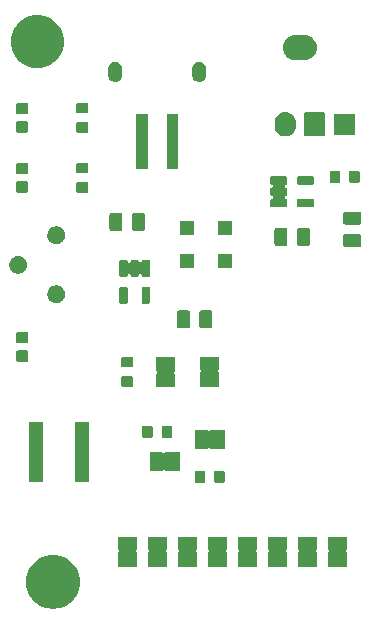
<source format=gbr>
G04 #@! TF.GenerationSoftware,KiCad,Pcbnew,(5.1.5)-3*
G04 #@! TF.CreationDate,2021-08-26T15:26:13+09:00*
G04 #@! TF.ProjectId,RemoteEmergencyKill,52656d6f-7465-4456-9d65-7267656e6379,rev?*
G04 #@! TF.SameCoordinates,Original*
G04 #@! TF.FileFunction,Soldermask,Top*
G04 #@! TF.FilePolarity,Negative*
%FSLAX46Y46*%
G04 Gerber Fmt 4.6, Leading zero omitted, Abs format (unit mm)*
G04 Created by KiCad (PCBNEW (5.1.5)-3) date 2021-08-26 15:26:13*
%MOMM*%
%LPD*%
G04 APERTURE LIST*
%ADD10C,0.100000*%
G04 APERTURE END LIST*
D10*
G36*
X118450880Y-114614776D02*
G01*
X118831593Y-114690504D01*
X119241249Y-114860189D01*
X119609929Y-115106534D01*
X119923466Y-115420071D01*
X120169811Y-115788751D01*
X120339496Y-116198407D01*
X120426000Y-116633296D01*
X120426000Y-117076704D01*
X120339496Y-117511593D01*
X120169811Y-117921249D01*
X119923466Y-118289929D01*
X119609929Y-118603466D01*
X119241249Y-118849811D01*
X118831593Y-119019496D01*
X118450880Y-119095224D01*
X118396705Y-119106000D01*
X117953295Y-119106000D01*
X117899120Y-119095224D01*
X117518407Y-119019496D01*
X117108751Y-118849811D01*
X116740071Y-118603466D01*
X116426534Y-118289929D01*
X116180189Y-117921249D01*
X116010504Y-117511593D01*
X115924000Y-117076704D01*
X115924000Y-116633296D01*
X116010504Y-116198407D01*
X116180189Y-115788751D01*
X116426534Y-115420071D01*
X116740071Y-115106534D01*
X117108751Y-114860189D01*
X117518407Y-114690504D01*
X117899120Y-114614776D01*
X117953295Y-114604000D01*
X118396705Y-114604000D01*
X118450880Y-114614776D01*
G37*
G36*
X142999999Y-113024737D02*
G01*
X143009608Y-113027652D01*
X143018472Y-113032390D01*
X143026237Y-113038763D01*
X143032610Y-113046528D01*
X143037348Y-113055392D01*
X143040263Y-113065001D01*
X143041852Y-113081140D01*
X143041852Y-114068860D01*
X143040263Y-114084999D01*
X143037348Y-114094608D01*
X143032610Y-114103472D01*
X143026258Y-114111212D01*
X143026237Y-114111237D01*
X143018427Y-114117640D01*
X143018372Y-114117677D01*
X143008853Y-114125480D01*
X143008878Y-114125511D01*
X142995028Y-114136853D01*
X142979463Y-114155779D01*
X142967889Y-114177377D01*
X142960751Y-114200819D01*
X142958324Y-114225202D01*
X142960700Y-114249591D01*
X142967789Y-114273047D01*
X142979318Y-114294670D01*
X142994843Y-114313628D01*
X143013769Y-114329193D01*
X143016825Y-114331029D01*
X143018514Y-114332418D01*
X143018516Y-114332419D01*
X143024712Y-114337515D01*
X143026274Y-114338800D01*
X143032642Y-114346575D01*
X143035791Y-114352483D01*
X143037367Y-114355438D01*
X143040257Y-114365001D01*
X143040282Y-114365085D01*
X143041852Y-114381113D01*
X143041852Y-115518860D01*
X143040263Y-115534999D01*
X143037348Y-115544608D01*
X143032610Y-115553472D01*
X143026237Y-115561237D01*
X143018472Y-115567610D01*
X143009608Y-115572348D01*
X142999999Y-115575263D01*
X142983860Y-115576852D01*
X141496140Y-115576852D01*
X141480001Y-115575263D01*
X141470392Y-115572348D01*
X141461528Y-115567610D01*
X141453763Y-115561237D01*
X141447390Y-115553472D01*
X141442652Y-115544608D01*
X141439737Y-115534999D01*
X141438148Y-115518860D01*
X141438148Y-114381140D01*
X141439737Y-114365001D01*
X141442652Y-114355392D01*
X141447390Y-114346528D01*
X141453763Y-114338763D01*
X141466737Y-114328116D01*
X141475968Y-114321947D01*
X141493294Y-114304619D01*
X141506907Y-114284244D01*
X141516283Y-114261605D01*
X141521063Y-114237572D01*
X141521062Y-114213068D01*
X141516280Y-114189035D01*
X141506902Y-114166396D01*
X141493287Y-114146022D01*
X141475959Y-114128696D01*
X141466683Y-114121825D01*
X141453800Y-114111274D01*
X141452668Y-114109897D01*
X141447419Y-114103516D01*
X141442674Y-114094661D01*
X141441749Y-114091623D01*
X141439758Y-114085085D01*
X141439758Y-114085082D01*
X141439748Y-114085050D01*
X141438753Y-114075000D01*
X141438753Y-114074935D01*
X141438148Y-114068825D01*
X141438148Y-113081140D01*
X141439737Y-113065001D01*
X141442652Y-113055392D01*
X141447390Y-113046528D01*
X141453763Y-113038763D01*
X141461528Y-113032390D01*
X141470392Y-113027652D01*
X141480001Y-113024737D01*
X141496140Y-113023148D01*
X142983860Y-113023148D01*
X142999999Y-113024737D01*
G37*
G36*
X125219999Y-113024737D02*
G01*
X125229608Y-113027652D01*
X125238472Y-113032390D01*
X125246237Y-113038763D01*
X125252610Y-113046528D01*
X125257348Y-113055392D01*
X125260263Y-113065001D01*
X125261852Y-113081140D01*
X125261852Y-114068860D01*
X125260263Y-114084999D01*
X125257348Y-114094608D01*
X125252610Y-114103472D01*
X125246258Y-114111212D01*
X125246237Y-114111237D01*
X125238427Y-114117640D01*
X125238372Y-114117677D01*
X125228853Y-114125480D01*
X125228878Y-114125511D01*
X125215028Y-114136853D01*
X125199463Y-114155779D01*
X125187889Y-114177377D01*
X125180751Y-114200819D01*
X125178324Y-114225202D01*
X125180700Y-114249591D01*
X125187789Y-114273047D01*
X125199318Y-114294670D01*
X125214843Y-114313628D01*
X125233769Y-114329193D01*
X125236825Y-114331029D01*
X125238514Y-114332418D01*
X125238516Y-114332419D01*
X125244712Y-114337515D01*
X125246274Y-114338800D01*
X125252642Y-114346575D01*
X125255791Y-114352483D01*
X125257367Y-114355438D01*
X125260257Y-114365001D01*
X125260282Y-114365085D01*
X125261852Y-114381113D01*
X125261852Y-115518860D01*
X125260263Y-115534999D01*
X125257348Y-115544608D01*
X125252610Y-115553472D01*
X125246237Y-115561237D01*
X125238472Y-115567610D01*
X125229608Y-115572348D01*
X125219999Y-115575263D01*
X125203860Y-115576852D01*
X123716140Y-115576852D01*
X123700001Y-115575263D01*
X123690392Y-115572348D01*
X123681528Y-115567610D01*
X123673763Y-115561237D01*
X123667390Y-115553472D01*
X123662652Y-115544608D01*
X123659737Y-115534999D01*
X123658148Y-115518860D01*
X123658148Y-114381140D01*
X123659737Y-114365001D01*
X123662652Y-114355392D01*
X123667390Y-114346528D01*
X123673763Y-114338763D01*
X123686737Y-114328116D01*
X123695968Y-114321947D01*
X123713294Y-114304619D01*
X123726907Y-114284244D01*
X123736283Y-114261605D01*
X123741063Y-114237572D01*
X123741062Y-114213068D01*
X123736280Y-114189035D01*
X123726902Y-114166396D01*
X123713287Y-114146022D01*
X123695959Y-114128696D01*
X123686683Y-114121825D01*
X123673800Y-114111274D01*
X123672668Y-114109897D01*
X123667419Y-114103516D01*
X123662674Y-114094661D01*
X123661749Y-114091623D01*
X123659758Y-114085085D01*
X123659758Y-114085082D01*
X123659748Y-114085050D01*
X123658753Y-114075000D01*
X123658753Y-114074935D01*
X123658148Y-114068825D01*
X123658148Y-113081140D01*
X123659737Y-113065001D01*
X123662652Y-113055392D01*
X123667390Y-113046528D01*
X123673763Y-113038763D01*
X123681528Y-113032390D01*
X123690392Y-113027652D01*
X123700001Y-113024737D01*
X123716140Y-113023148D01*
X125203860Y-113023148D01*
X125219999Y-113024737D01*
G37*
G36*
X127759999Y-113024737D02*
G01*
X127769608Y-113027652D01*
X127778472Y-113032390D01*
X127786237Y-113038763D01*
X127792610Y-113046528D01*
X127797348Y-113055392D01*
X127800263Y-113065001D01*
X127801852Y-113081140D01*
X127801852Y-114068860D01*
X127800263Y-114084999D01*
X127797348Y-114094608D01*
X127792610Y-114103472D01*
X127786258Y-114111212D01*
X127786237Y-114111237D01*
X127778427Y-114117640D01*
X127778372Y-114117677D01*
X127768853Y-114125480D01*
X127768878Y-114125511D01*
X127755028Y-114136853D01*
X127739463Y-114155779D01*
X127727889Y-114177377D01*
X127720751Y-114200819D01*
X127718324Y-114225202D01*
X127720700Y-114249591D01*
X127727789Y-114273047D01*
X127739318Y-114294670D01*
X127754843Y-114313628D01*
X127773769Y-114329193D01*
X127776825Y-114331029D01*
X127778514Y-114332418D01*
X127778516Y-114332419D01*
X127784712Y-114337515D01*
X127786274Y-114338800D01*
X127792642Y-114346575D01*
X127795791Y-114352483D01*
X127797367Y-114355438D01*
X127800257Y-114365001D01*
X127800282Y-114365085D01*
X127801852Y-114381113D01*
X127801852Y-115518860D01*
X127800263Y-115534999D01*
X127797348Y-115544608D01*
X127792610Y-115553472D01*
X127786237Y-115561237D01*
X127778472Y-115567610D01*
X127769608Y-115572348D01*
X127759999Y-115575263D01*
X127743860Y-115576852D01*
X126256140Y-115576852D01*
X126240001Y-115575263D01*
X126230392Y-115572348D01*
X126221528Y-115567610D01*
X126213763Y-115561237D01*
X126207390Y-115553472D01*
X126202652Y-115544608D01*
X126199737Y-115534999D01*
X126198148Y-115518860D01*
X126198148Y-114381140D01*
X126199737Y-114365001D01*
X126202652Y-114355392D01*
X126207390Y-114346528D01*
X126213763Y-114338763D01*
X126226737Y-114328116D01*
X126235968Y-114321947D01*
X126253294Y-114304619D01*
X126266907Y-114284244D01*
X126276283Y-114261605D01*
X126281063Y-114237572D01*
X126281062Y-114213068D01*
X126276280Y-114189035D01*
X126266902Y-114166396D01*
X126253287Y-114146022D01*
X126235959Y-114128696D01*
X126226683Y-114121825D01*
X126213800Y-114111274D01*
X126212668Y-114109897D01*
X126207419Y-114103516D01*
X126202674Y-114094661D01*
X126201749Y-114091623D01*
X126199758Y-114085085D01*
X126199758Y-114085082D01*
X126199748Y-114085050D01*
X126198753Y-114075000D01*
X126198753Y-114074935D01*
X126198148Y-114068825D01*
X126198148Y-113081140D01*
X126199737Y-113065001D01*
X126202652Y-113055392D01*
X126207390Y-113046528D01*
X126213763Y-113038763D01*
X126221528Y-113032390D01*
X126230392Y-113027652D01*
X126240001Y-113024737D01*
X126256140Y-113023148D01*
X127743860Y-113023148D01*
X127759999Y-113024737D01*
G37*
G36*
X130299999Y-113024737D02*
G01*
X130309608Y-113027652D01*
X130318472Y-113032390D01*
X130326237Y-113038763D01*
X130332610Y-113046528D01*
X130337348Y-113055392D01*
X130340263Y-113065001D01*
X130341852Y-113081140D01*
X130341852Y-114068860D01*
X130340263Y-114084999D01*
X130337348Y-114094608D01*
X130332610Y-114103472D01*
X130326258Y-114111212D01*
X130326237Y-114111237D01*
X130318427Y-114117640D01*
X130318372Y-114117677D01*
X130308853Y-114125480D01*
X130308878Y-114125511D01*
X130295028Y-114136853D01*
X130279463Y-114155779D01*
X130267889Y-114177377D01*
X130260751Y-114200819D01*
X130258324Y-114225202D01*
X130260700Y-114249591D01*
X130267789Y-114273047D01*
X130279318Y-114294670D01*
X130294843Y-114313628D01*
X130313769Y-114329193D01*
X130316825Y-114331029D01*
X130318514Y-114332418D01*
X130318516Y-114332419D01*
X130324712Y-114337515D01*
X130326274Y-114338800D01*
X130332642Y-114346575D01*
X130335791Y-114352483D01*
X130337367Y-114355438D01*
X130340257Y-114365001D01*
X130340282Y-114365085D01*
X130341852Y-114381113D01*
X130341852Y-115518860D01*
X130340263Y-115534999D01*
X130337348Y-115544608D01*
X130332610Y-115553472D01*
X130326237Y-115561237D01*
X130318472Y-115567610D01*
X130309608Y-115572348D01*
X130299999Y-115575263D01*
X130283860Y-115576852D01*
X128796140Y-115576852D01*
X128780001Y-115575263D01*
X128770392Y-115572348D01*
X128761528Y-115567610D01*
X128753763Y-115561237D01*
X128747390Y-115553472D01*
X128742652Y-115544608D01*
X128739737Y-115534999D01*
X128738148Y-115518860D01*
X128738148Y-114381140D01*
X128739737Y-114365001D01*
X128742652Y-114355392D01*
X128747390Y-114346528D01*
X128753763Y-114338763D01*
X128766737Y-114328116D01*
X128775968Y-114321947D01*
X128793294Y-114304619D01*
X128806907Y-114284244D01*
X128816283Y-114261605D01*
X128821063Y-114237572D01*
X128821062Y-114213068D01*
X128816280Y-114189035D01*
X128806902Y-114166396D01*
X128793287Y-114146022D01*
X128775959Y-114128696D01*
X128766683Y-114121825D01*
X128753800Y-114111274D01*
X128752668Y-114109897D01*
X128747419Y-114103516D01*
X128742674Y-114094661D01*
X128741749Y-114091623D01*
X128739758Y-114085085D01*
X128739758Y-114085082D01*
X128739748Y-114085050D01*
X128738753Y-114075000D01*
X128738753Y-114074935D01*
X128738148Y-114068825D01*
X128738148Y-113081140D01*
X128739737Y-113065001D01*
X128742652Y-113055392D01*
X128747390Y-113046528D01*
X128753763Y-113038763D01*
X128761528Y-113032390D01*
X128770392Y-113027652D01*
X128780001Y-113024737D01*
X128796140Y-113023148D01*
X130283860Y-113023148D01*
X130299999Y-113024737D01*
G37*
G36*
X135379999Y-113024737D02*
G01*
X135389608Y-113027652D01*
X135398472Y-113032390D01*
X135406237Y-113038763D01*
X135412610Y-113046528D01*
X135417348Y-113055392D01*
X135420263Y-113065001D01*
X135421852Y-113081140D01*
X135421852Y-114068860D01*
X135420263Y-114084999D01*
X135417348Y-114094608D01*
X135412610Y-114103472D01*
X135406258Y-114111212D01*
X135406237Y-114111237D01*
X135398427Y-114117640D01*
X135398372Y-114117677D01*
X135388853Y-114125480D01*
X135388878Y-114125511D01*
X135375028Y-114136853D01*
X135359463Y-114155779D01*
X135347889Y-114177377D01*
X135340751Y-114200819D01*
X135338324Y-114225202D01*
X135340700Y-114249591D01*
X135347789Y-114273047D01*
X135359318Y-114294670D01*
X135374843Y-114313628D01*
X135393769Y-114329193D01*
X135396825Y-114331029D01*
X135398514Y-114332418D01*
X135398516Y-114332419D01*
X135404712Y-114337515D01*
X135406274Y-114338800D01*
X135412642Y-114346575D01*
X135415791Y-114352483D01*
X135417367Y-114355438D01*
X135420257Y-114365001D01*
X135420282Y-114365085D01*
X135421852Y-114381113D01*
X135421852Y-115518860D01*
X135420263Y-115534999D01*
X135417348Y-115544608D01*
X135412610Y-115553472D01*
X135406237Y-115561237D01*
X135398472Y-115567610D01*
X135389608Y-115572348D01*
X135379999Y-115575263D01*
X135363860Y-115576852D01*
X133876140Y-115576852D01*
X133860001Y-115575263D01*
X133850392Y-115572348D01*
X133841528Y-115567610D01*
X133833763Y-115561237D01*
X133827390Y-115553472D01*
X133822652Y-115544608D01*
X133819737Y-115534999D01*
X133818148Y-115518860D01*
X133818148Y-114381140D01*
X133819737Y-114365001D01*
X133822652Y-114355392D01*
X133827390Y-114346528D01*
X133833763Y-114338763D01*
X133846737Y-114328116D01*
X133855968Y-114321947D01*
X133873294Y-114304619D01*
X133886907Y-114284244D01*
X133896283Y-114261605D01*
X133901063Y-114237572D01*
X133901062Y-114213068D01*
X133896280Y-114189035D01*
X133886902Y-114166396D01*
X133873287Y-114146022D01*
X133855959Y-114128696D01*
X133846683Y-114121825D01*
X133833800Y-114111274D01*
X133832668Y-114109897D01*
X133827419Y-114103516D01*
X133822674Y-114094661D01*
X133821749Y-114091623D01*
X133819758Y-114085085D01*
X133819758Y-114085082D01*
X133819748Y-114085050D01*
X133818753Y-114075000D01*
X133818753Y-114074935D01*
X133818148Y-114068825D01*
X133818148Y-113081140D01*
X133819737Y-113065001D01*
X133822652Y-113055392D01*
X133827390Y-113046528D01*
X133833763Y-113038763D01*
X133841528Y-113032390D01*
X133850392Y-113027652D01*
X133860001Y-113024737D01*
X133876140Y-113023148D01*
X135363860Y-113023148D01*
X135379999Y-113024737D01*
G37*
G36*
X137919999Y-113024737D02*
G01*
X137929608Y-113027652D01*
X137938472Y-113032390D01*
X137946237Y-113038763D01*
X137952610Y-113046528D01*
X137957348Y-113055392D01*
X137960263Y-113065001D01*
X137961852Y-113081140D01*
X137961852Y-114068860D01*
X137960263Y-114084999D01*
X137957348Y-114094608D01*
X137952610Y-114103472D01*
X137946258Y-114111212D01*
X137946237Y-114111237D01*
X137938427Y-114117640D01*
X137938372Y-114117677D01*
X137928853Y-114125480D01*
X137928878Y-114125511D01*
X137915028Y-114136853D01*
X137899463Y-114155779D01*
X137887889Y-114177377D01*
X137880751Y-114200819D01*
X137878324Y-114225202D01*
X137880700Y-114249591D01*
X137887789Y-114273047D01*
X137899318Y-114294670D01*
X137914843Y-114313628D01*
X137933769Y-114329193D01*
X137936825Y-114331029D01*
X137938514Y-114332418D01*
X137938516Y-114332419D01*
X137944712Y-114337515D01*
X137946274Y-114338800D01*
X137952642Y-114346575D01*
X137955791Y-114352483D01*
X137957367Y-114355438D01*
X137960257Y-114365001D01*
X137960282Y-114365085D01*
X137961852Y-114381113D01*
X137961852Y-115518860D01*
X137960263Y-115534999D01*
X137957348Y-115544608D01*
X137952610Y-115553472D01*
X137946237Y-115561237D01*
X137938472Y-115567610D01*
X137929608Y-115572348D01*
X137919999Y-115575263D01*
X137903860Y-115576852D01*
X136416140Y-115576852D01*
X136400001Y-115575263D01*
X136390392Y-115572348D01*
X136381528Y-115567610D01*
X136373763Y-115561237D01*
X136367390Y-115553472D01*
X136362652Y-115544608D01*
X136359737Y-115534999D01*
X136358148Y-115518860D01*
X136358148Y-114381140D01*
X136359737Y-114365001D01*
X136362652Y-114355392D01*
X136367390Y-114346528D01*
X136373763Y-114338763D01*
X136386737Y-114328116D01*
X136395968Y-114321947D01*
X136413294Y-114304619D01*
X136426907Y-114284244D01*
X136436283Y-114261605D01*
X136441063Y-114237572D01*
X136441062Y-114213068D01*
X136436280Y-114189035D01*
X136426902Y-114166396D01*
X136413287Y-114146022D01*
X136395959Y-114128696D01*
X136386683Y-114121825D01*
X136373800Y-114111274D01*
X136372668Y-114109897D01*
X136367419Y-114103516D01*
X136362674Y-114094661D01*
X136361749Y-114091623D01*
X136359758Y-114085085D01*
X136359758Y-114085082D01*
X136359748Y-114085050D01*
X136358753Y-114075000D01*
X136358753Y-114074935D01*
X136358148Y-114068825D01*
X136358148Y-113081140D01*
X136359737Y-113065001D01*
X136362652Y-113055392D01*
X136367390Y-113046528D01*
X136373763Y-113038763D01*
X136381528Y-113032390D01*
X136390392Y-113027652D01*
X136400001Y-113024737D01*
X136416140Y-113023148D01*
X137903860Y-113023148D01*
X137919999Y-113024737D01*
G37*
G36*
X140459999Y-113024737D02*
G01*
X140469608Y-113027652D01*
X140478472Y-113032390D01*
X140486237Y-113038763D01*
X140492610Y-113046528D01*
X140497348Y-113055392D01*
X140500263Y-113065001D01*
X140501852Y-113081140D01*
X140501852Y-114068860D01*
X140500263Y-114084999D01*
X140497348Y-114094608D01*
X140492610Y-114103472D01*
X140486258Y-114111212D01*
X140486237Y-114111237D01*
X140478427Y-114117640D01*
X140478372Y-114117677D01*
X140468853Y-114125480D01*
X140468878Y-114125511D01*
X140455028Y-114136853D01*
X140439463Y-114155779D01*
X140427889Y-114177377D01*
X140420751Y-114200819D01*
X140418324Y-114225202D01*
X140420700Y-114249591D01*
X140427789Y-114273047D01*
X140439318Y-114294670D01*
X140454843Y-114313628D01*
X140473769Y-114329193D01*
X140476825Y-114331029D01*
X140478514Y-114332418D01*
X140478516Y-114332419D01*
X140484712Y-114337515D01*
X140486274Y-114338800D01*
X140492642Y-114346575D01*
X140495791Y-114352483D01*
X140497367Y-114355438D01*
X140500257Y-114365001D01*
X140500282Y-114365085D01*
X140501852Y-114381113D01*
X140501852Y-115518860D01*
X140500263Y-115534999D01*
X140497348Y-115544608D01*
X140492610Y-115553472D01*
X140486237Y-115561237D01*
X140478472Y-115567610D01*
X140469608Y-115572348D01*
X140459999Y-115575263D01*
X140443860Y-115576852D01*
X138956140Y-115576852D01*
X138940001Y-115575263D01*
X138930392Y-115572348D01*
X138921528Y-115567610D01*
X138913763Y-115561237D01*
X138907390Y-115553472D01*
X138902652Y-115544608D01*
X138899737Y-115534999D01*
X138898148Y-115518860D01*
X138898148Y-114381140D01*
X138899737Y-114365001D01*
X138902652Y-114355392D01*
X138907390Y-114346528D01*
X138913763Y-114338763D01*
X138926737Y-114328116D01*
X138935968Y-114321947D01*
X138953294Y-114304619D01*
X138966907Y-114284244D01*
X138976283Y-114261605D01*
X138981063Y-114237572D01*
X138981062Y-114213068D01*
X138976280Y-114189035D01*
X138966902Y-114166396D01*
X138953287Y-114146022D01*
X138935959Y-114128696D01*
X138926683Y-114121825D01*
X138913800Y-114111274D01*
X138912668Y-114109897D01*
X138907419Y-114103516D01*
X138902674Y-114094661D01*
X138901749Y-114091623D01*
X138899758Y-114085085D01*
X138899758Y-114085082D01*
X138899748Y-114085050D01*
X138898753Y-114075000D01*
X138898753Y-114074935D01*
X138898148Y-114068825D01*
X138898148Y-113081140D01*
X138899737Y-113065001D01*
X138902652Y-113055392D01*
X138907390Y-113046528D01*
X138913763Y-113038763D01*
X138921528Y-113032390D01*
X138930392Y-113027652D01*
X138940001Y-113024737D01*
X138956140Y-113023148D01*
X140443860Y-113023148D01*
X140459999Y-113024737D01*
G37*
G36*
X132839999Y-113024737D02*
G01*
X132849608Y-113027652D01*
X132858472Y-113032390D01*
X132866237Y-113038763D01*
X132872610Y-113046528D01*
X132877348Y-113055392D01*
X132880263Y-113065001D01*
X132881852Y-113081140D01*
X132881852Y-114068860D01*
X132880263Y-114084999D01*
X132877348Y-114094608D01*
X132872610Y-114103472D01*
X132866258Y-114111212D01*
X132866237Y-114111237D01*
X132858427Y-114117640D01*
X132858372Y-114117677D01*
X132848853Y-114125480D01*
X132848878Y-114125511D01*
X132835028Y-114136853D01*
X132819463Y-114155779D01*
X132807889Y-114177377D01*
X132800751Y-114200819D01*
X132798324Y-114225202D01*
X132800700Y-114249591D01*
X132807789Y-114273047D01*
X132819318Y-114294670D01*
X132834843Y-114313628D01*
X132853769Y-114329193D01*
X132856825Y-114331029D01*
X132858514Y-114332418D01*
X132858516Y-114332419D01*
X132864712Y-114337515D01*
X132866274Y-114338800D01*
X132872642Y-114346575D01*
X132875791Y-114352483D01*
X132877367Y-114355438D01*
X132880257Y-114365001D01*
X132880282Y-114365085D01*
X132881852Y-114381113D01*
X132881852Y-115518860D01*
X132880263Y-115534999D01*
X132877348Y-115544608D01*
X132872610Y-115553472D01*
X132866237Y-115561237D01*
X132858472Y-115567610D01*
X132849608Y-115572348D01*
X132839999Y-115575263D01*
X132823860Y-115576852D01*
X131336140Y-115576852D01*
X131320001Y-115575263D01*
X131310392Y-115572348D01*
X131301528Y-115567610D01*
X131293763Y-115561237D01*
X131287390Y-115553472D01*
X131282652Y-115544608D01*
X131279737Y-115534999D01*
X131278148Y-115518860D01*
X131278148Y-114381140D01*
X131279737Y-114365001D01*
X131282652Y-114355392D01*
X131287390Y-114346528D01*
X131293763Y-114338763D01*
X131306737Y-114328116D01*
X131315968Y-114321947D01*
X131333294Y-114304619D01*
X131346907Y-114284244D01*
X131356283Y-114261605D01*
X131361063Y-114237572D01*
X131361062Y-114213068D01*
X131356280Y-114189035D01*
X131346902Y-114166396D01*
X131333287Y-114146022D01*
X131315959Y-114128696D01*
X131306683Y-114121825D01*
X131293800Y-114111274D01*
X131292668Y-114109897D01*
X131287419Y-114103516D01*
X131282674Y-114094661D01*
X131281749Y-114091623D01*
X131279758Y-114085085D01*
X131279758Y-114085082D01*
X131279748Y-114085050D01*
X131278753Y-114075000D01*
X131278753Y-114074935D01*
X131278148Y-114068825D01*
X131278148Y-113081140D01*
X131279737Y-113065001D01*
X131282652Y-113055392D01*
X131287390Y-113046528D01*
X131293763Y-113038763D01*
X131301528Y-113032390D01*
X131310392Y-113027652D01*
X131320001Y-113024737D01*
X131336140Y-113023148D01*
X132823860Y-113023148D01*
X132839999Y-113024737D01*
G37*
G36*
X130939683Y-107427725D02*
G01*
X130970143Y-107436966D01*
X130998223Y-107451974D01*
X131022831Y-107472169D01*
X131043026Y-107496777D01*
X131058034Y-107524857D01*
X131067275Y-107555317D01*
X131071000Y-107593140D01*
X131071000Y-108306860D01*
X131067275Y-108344683D01*
X131058034Y-108375143D01*
X131043026Y-108403223D01*
X131022831Y-108427831D01*
X130998223Y-108448026D01*
X130970143Y-108463034D01*
X130939683Y-108472275D01*
X130901860Y-108476000D01*
X130338140Y-108476000D01*
X130300317Y-108472275D01*
X130269857Y-108463034D01*
X130241777Y-108448026D01*
X130217169Y-108427831D01*
X130196974Y-108403223D01*
X130181966Y-108375143D01*
X130172725Y-108344683D01*
X130169000Y-108306860D01*
X130169000Y-107593140D01*
X130172725Y-107555317D01*
X130181966Y-107524857D01*
X130196974Y-107496777D01*
X130217169Y-107472169D01*
X130241777Y-107451974D01*
X130269857Y-107436966D01*
X130300317Y-107427725D01*
X130338140Y-107424000D01*
X130901860Y-107424000D01*
X130939683Y-107427725D01*
G37*
G36*
X132589683Y-107427725D02*
G01*
X132620143Y-107436966D01*
X132648223Y-107451974D01*
X132672831Y-107472169D01*
X132693026Y-107496777D01*
X132708034Y-107524857D01*
X132717275Y-107555317D01*
X132721000Y-107593140D01*
X132721000Y-108306860D01*
X132717275Y-108344683D01*
X132708034Y-108375143D01*
X132693026Y-108403223D01*
X132672831Y-108427831D01*
X132648223Y-108448026D01*
X132620143Y-108463034D01*
X132589683Y-108472275D01*
X132551860Y-108476000D01*
X131988140Y-108476000D01*
X131950317Y-108472275D01*
X131919857Y-108463034D01*
X131891777Y-108448026D01*
X131867169Y-108427831D01*
X131846974Y-108403223D01*
X131831966Y-108375143D01*
X131822725Y-108344683D01*
X131819000Y-108306860D01*
X131819000Y-107593140D01*
X131822725Y-107555317D01*
X131831966Y-107524857D01*
X131846974Y-107496777D01*
X131867169Y-107472169D01*
X131891777Y-107451974D01*
X131919857Y-107436966D01*
X131950317Y-107427725D01*
X131988140Y-107424000D01*
X132551860Y-107424000D01*
X132589683Y-107427725D01*
G37*
G36*
X121226000Y-108406000D02*
G01*
X120024000Y-108406000D01*
X120024000Y-103304000D01*
X121226000Y-103304000D01*
X121226000Y-108406000D01*
G37*
G36*
X117326000Y-108406000D02*
G01*
X116124000Y-108406000D01*
X116124000Y-103304000D01*
X117326000Y-103304000D01*
X117326000Y-108406000D01*
G37*
G36*
X127419999Y-105879737D02*
G01*
X127429608Y-105882652D01*
X127438472Y-105887390D01*
X127446212Y-105893742D01*
X127446213Y-105893743D01*
X127446237Y-105893763D01*
X127452640Y-105901573D01*
X127452677Y-105901628D01*
X127460480Y-105911147D01*
X127460511Y-105911122D01*
X127471853Y-105924972D01*
X127490779Y-105940537D01*
X127512377Y-105952111D01*
X127535819Y-105959249D01*
X127560202Y-105961676D01*
X127584591Y-105959300D01*
X127608047Y-105952211D01*
X127629670Y-105940682D01*
X127648628Y-105925157D01*
X127664193Y-105906231D01*
X127666029Y-105903175D01*
X127667418Y-105901486D01*
X127667419Y-105901484D01*
X127673801Y-105893725D01*
X127681573Y-105887360D01*
X127681575Y-105887358D01*
X127690399Y-105882654D01*
X127690438Y-105882633D01*
X127700055Y-105879727D01*
X127700085Y-105879718D01*
X127716113Y-105878148D01*
X128853860Y-105878148D01*
X128869999Y-105879737D01*
X128879608Y-105882652D01*
X128888472Y-105887390D01*
X128896237Y-105893763D01*
X128902610Y-105901528D01*
X128907348Y-105910392D01*
X128910263Y-105920001D01*
X128911852Y-105936140D01*
X128911852Y-107423860D01*
X128910263Y-107439999D01*
X128907348Y-107449608D01*
X128902610Y-107458472D01*
X128896237Y-107466237D01*
X128888472Y-107472610D01*
X128879608Y-107477348D01*
X128869999Y-107480263D01*
X128853860Y-107481852D01*
X127716140Y-107481852D01*
X127700001Y-107480263D01*
X127690392Y-107477348D01*
X127681528Y-107472610D01*
X127673763Y-107466237D01*
X127663116Y-107453263D01*
X127656947Y-107444032D01*
X127639619Y-107426706D01*
X127619244Y-107413093D01*
X127596605Y-107403717D01*
X127572572Y-107398937D01*
X127548068Y-107398938D01*
X127524035Y-107403720D01*
X127501396Y-107413098D01*
X127481022Y-107426713D01*
X127463696Y-107444041D01*
X127456825Y-107453317D01*
X127452640Y-107458427D01*
X127446275Y-107466199D01*
X127438516Y-107472581D01*
X127429661Y-107477326D01*
X127426623Y-107478251D01*
X127420085Y-107480242D01*
X127420082Y-107480242D01*
X127420050Y-107480252D01*
X127410000Y-107481247D01*
X127409935Y-107481247D01*
X127403825Y-107481852D01*
X126416140Y-107481852D01*
X126400001Y-107480263D01*
X126390392Y-107477348D01*
X126381528Y-107472610D01*
X126373763Y-107466237D01*
X126367390Y-107458472D01*
X126362652Y-107449608D01*
X126359737Y-107439999D01*
X126358148Y-107423860D01*
X126358148Y-105936140D01*
X126359737Y-105920001D01*
X126362652Y-105910392D01*
X126367390Y-105901528D01*
X126373763Y-105893763D01*
X126381528Y-105887390D01*
X126390392Y-105882652D01*
X126400001Y-105879737D01*
X126416140Y-105878148D01*
X127403860Y-105878148D01*
X127419999Y-105879737D01*
G37*
G36*
X131229999Y-103974737D02*
G01*
X131239608Y-103977652D01*
X131248472Y-103982390D01*
X131256212Y-103988742D01*
X131256213Y-103988743D01*
X131256237Y-103988763D01*
X131262640Y-103996573D01*
X131262677Y-103996628D01*
X131270480Y-104006147D01*
X131270511Y-104006122D01*
X131281853Y-104019972D01*
X131300779Y-104035537D01*
X131322377Y-104047111D01*
X131345819Y-104054249D01*
X131370202Y-104056676D01*
X131394591Y-104054300D01*
X131418047Y-104047211D01*
X131439670Y-104035682D01*
X131458628Y-104020157D01*
X131474193Y-104001231D01*
X131476029Y-103998175D01*
X131477418Y-103996486D01*
X131477419Y-103996484D01*
X131483801Y-103988725D01*
X131491573Y-103982360D01*
X131491575Y-103982358D01*
X131500399Y-103977654D01*
X131500438Y-103977633D01*
X131510055Y-103974727D01*
X131510085Y-103974718D01*
X131526113Y-103973148D01*
X132663860Y-103973148D01*
X132679999Y-103974737D01*
X132689608Y-103977652D01*
X132698472Y-103982390D01*
X132706237Y-103988763D01*
X132712610Y-103996528D01*
X132717348Y-104005392D01*
X132720263Y-104015001D01*
X132721852Y-104031140D01*
X132721852Y-105518860D01*
X132720263Y-105534999D01*
X132717348Y-105544608D01*
X132712610Y-105553472D01*
X132706237Y-105561237D01*
X132698472Y-105567610D01*
X132689608Y-105572348D01*
X132679999Y-105575263D01*
X132663860Y-105576852D01*
X131526140Y-105576852D01*
X131510001Y-105575263D01*
X131500392Y-105572348D01*
X131491528Y-105567610D01*
X131483763Y-105561237D01*
X131473116Y-105548263D01*
X131466947Y-105539032D01*
X131449619Y-105521706D01*
X131429244Y-105508093D01*
X131406605Y-105498717D01*
X131382572Y-105493937D01*
X131358068Y-105493938D01*
X131334035Y-105498720D01*
X131311396Y-105508098D01*
X131291022Y-105521713D01*
X131273696Y-105539041D01*
X131266825Y-105548317D01*
X131262640Y-105553427D01*
X131256275Y-105561199D01*
X131248516Y-105567581D01*
X131239661Y-105572326D01*
X131236623Y-105573251D01*
X131230085Y-105575242D01*
X131230082Y-105575242D01*
X131230050Y-105575252D01*
X131220000Y-105576247D01*
X131219935Y-105576247D01*
X131213825Y-105576852D01*
X130226140Y-105576852D01*
X130210001Y-105575263D01*
X130200392Y-105572348D01*
X130191528Y-105567610D01*
X130183763Y-105561237D01*
X130177390Y-105553472D01*
X130172652Y-105544608D01*
X130169737Y-105534999D01*
X130168148Y-105518860D01*
X130168148Y-104031140D01*
X130169737Y-104015001D01*
X130172652Y-104005392D01*
X130177390Y-103996528D01*
X130183763Y-103988763D01*
X130191528Y-103982390D01*
X130200392Y-103977652D01*
X130210001Y-103974737D01*
X130226140Y-103973148D01*
X131213860Y-103973148D01*
X131229999Y-103974737D01*
G37*
G36*
X126494683Y-103617725D02*
G01*
X126525143Y-103626966D01*
X126553223Y-103641974D01*
X126577831Y-103662169D01*
X126598026Y-103686777D01*
X126613034Y-103714857D01*
X126622275Y-103745317D01*
X126626000Y-103783140D01*
X126626000Y-104496860D01*
X126622275Y-104534683D01*
X126613034Y-104565143D01*
X126598026Y-104593223D01*
X126577831Y-104617831D01*
X126553223Y-104638026D01*
X126525143Y-104653034D01*
X126494683Y-104662275D01*
X126456860Y-104666000D01*
X125893140Y-104666000D01*
X125855317Y-104662275D01*
X125824857Y-104653034D01*
X125796777Y-104638026D01*
X125772169Y-104617831D01*
X125751974Y-104593223D01*
X125736966Y-104565143D01*
X125727725Y-104534683D01*
X125724000Y-104496860D01*
X125724000Y-103783140D01*
X125727725Y-103745317D01*
X125736966Y-103714857D01*
X125751974Y-103686777D01*
X125772169Y-103662169D01*
X125796777Y-103641974D01*
X125824857Y-103626966D01*
X125855317Y-103617725D01*
X125893140Y-103614000D01*
X126456860Y-103614000D01*
X126494683Y-103617725D01*
G37*
G36*
X128144683Y-103617725D02*
G01*
X128175143Y-103626966D01*
X128203223Y-103641974D01*
X128227831Y-103662169D01*
X128248026Y-103686777D01*
X128263034Y-103714857D01*
X128272275Y-103745317D01*
X128276000Y-103783140D01*
X128276000Y-104496860D01*
X128272275Y-104534683D01*
X128263034Y-104565143D01*
X128248026Y-104593223D01*
X128227831Y-104617831D01*
X128203223Y-104638026D01*
X128175143Y-104653034D01*
X128144683Y-104662275D01*
X128106860Y-104666000D01*
X127543140Y-104666000D01*
X127505317Y-104662275D01*
X127474857Y-104653034D01*
X127446777Y-104638026D01*
X127422169Y-104617831D01*
X127401974Y-104593223D01*
X127386966Y-104565143D01*
X127377725Y-104534683D01*
X127374000Y-104496860D01*
X127374000Y-103783140D01*
X127377725Y-103745317D01*
X127386966Y-103714857D01*
X127401974Y-103686777D01*
X127422169Y-103662169D01*
X127446777Y-103641974D01*
X127474857Y-103626966D01*
X127505317Y-103617725D01*
X127543140Y-103614000D01*
X128106860Y-103614000D01*
X128144683Y-103617725D01*
G37*
G36*
X132204999Y-97784737D02*
G01*
X132214608Y-97787652D01*
X132223472Y-97792390D01*
X132231237Y-97798763D01*
X132237610Y-97806528D01*
X132242348Y-97815392D01*
X132245263Y-97825001D01*
X132246852Y-97841140D01*
X132246852Y-98828860D01*
X132245263Y-98844999D01*
X132242348Y-98854608D01*
X132237610Y-98863472D01*
X132231258Y-98871212D01*
X132231237Y-98871237D01*
X132223427Y-98877640D01*
X132223372Y-98877677D01*
X132213853Y-98885480D01*
X132213878Y-98885511D01*
X132200028Y-98896853D01*
X132184463Y-98915779D01*
X132172889Y-98937377D01*
X132165751Y-98960819D01*
X132163324Y-98985202D01*
X132165700Y-99009591D01*
X132172789Y-99033047D01*
X132184318Y-99054670D01*
X132199843Y-99073628D01*
X132218769Y-99089193D01*
X132221825Y-99091029D01*
X132223514Y-99092418D01*
X132223516Y-99092419D01*
X132229712Y-99097515D01*
X132231274Y-99098800D01*
X132237642Y-99106575D01*
X132240791Y-99112483D01*
X132242367Y-99115438D01*
X132244479Y-99122428D01*
X132245282Y-99125085D01*
X132246852Y-99141113D01*
X132246852Y-100278860D01*
X132245263Y-100294999D01*
X132242348Y-100304608D01*
X132237610Y-100313472D01*
X132231237Y-100321237D01*
X132223472Y-100327610D01*
X132214608Y-100332348D01*
X132204999Y-100335263D01*
X132188860Y-100336852D01*
X130701140Y-100336852D01*
X130685001Y-100335263D01*
X130675392Y-100332348D01*
X130666528Y-100327610D01*
X130658763Y-100321237D01*
X130652390Y-100313472D01*
X130647652Y-100304608D01*
X130644737Y-100294999D01*
X130643148Y-100278860D01*
X130643148Y-99141140D01*
X130644737Y-99125001D01*
X130647652Y-99115392D01*
X130652390Y-99106528D01*
X130658763Y-99098763D01*
X130671737Y-99088116D01*
X130680968Y-99081947D01*
X130698294Y-99064619D01*
X130711907Y-99044244D01*
X130721283Y-99021605D01*
X130726063Y-98997572D01*
X130726062Y-98973068D01*
X130721280Y-98949035D01*
X130711902Y-98926396D01*
X130698287Y-98906022D01*
X130680959Y-98888696D01*
X130671683Y-98881825D01*
X130658800Y-98871274D01*
X130657668Y-98869897D01*
X130652419Y-98863516D01*
X130647674Y-98854661D01*
X130646749Y-98851623D01*
X130644758Y-98845085D01*
X130644758Y-98845082D01*
X130644748Y-98845050D01*
X130643753Y-98835000D01*
X130643753Y-98834935D01*
X130643148Y-98828825D01*
X130643148Y-97841140D01*
X130644737Y-97825001D01*
X130647652Y-97815392D01*
X130652390Y-97806528D01*
X130658763Y-97798763D01*
X130666528Y-97792390D01*
X130675392Y-97787652D01*
X130685001Y-97784737D01*
X130701140Y-97783148D01*
X132188860Y-97783148D01*
X132204999Y-97784737D01*
G37*
G36*
X128484999Y-97784737D02*
G01*
X128494608Y-97787652D01*
X128503472Y-97792390D01*
X128511237Y-97798763D01*
X128517610Y-97806528D01*
X128522348Y-97815392D01*
X128525263Y-97825001D01*
X128526852Y-97841140D01*
X128526852Y-98978860D01*
X128525263Y-98994999D01*
X128522348Y-99004608D01*
X128517610Y-99013472D01*
X128511237Y-99021237D01*
X128498263Y-99031884D01*
X128489032Y-99038053D01*
X128471706Y-99055381D01*
X128458093Y-99075756D01*
X128448717Y-99098395D01*
X128443937Y-99122428D01*
X128443938Y-99146932D01*
X128448720Y-99170965D01*
X128458098Y-99193604D01*
X128471713Y-99213978D01*
X128489041Y-99231304D01*
X128498317Y-99238175D01*
X128503427Y-99242360D01*
X128511199Y-99248725D01*
X128517581Y-99256484D01*
X128522326Y-99265339D01*
X128522326Y-99265340D01*
X128525242Y-99274915D01*
X128525242Y-99274918D01*
X128525252Y-99274950D01*
X128526247Y-99285000D01*
X128526247Y-99285065D01*
X128526852Y-99291175D01*
X128526852Y-100278860D01*
X128525263Y-100294999D01*
X128522348Y-100304608D01*
X128517610Y-100313472D01*
X128511237Y-100321237D01*
X128503472Y-100327610D01*
X128494608Y-100332348D01*
X128484999Y-100335263D01*
X128468860Y-100336852D01*
X126981140Y-100336852D01*
X126965001Y-100335263D01*
X126955392Y-100332348D01*
X126946528Y-100327610D01*
X126938763Y-100321237D01*
X126932390Y-100313472D01*
X126927652Y-100304608D01*
X126924737Y-100294999D01*
X126923148Y-100278860D01*
X126923148Y-99291140D01*
X126924737Y-99275001D01*
X126927652Y-99265392D01*
X126932390Y-99256528D01*
X126938742Y-99248788D01*
X126938743Y-99248787D01*
X126938763Y-99248763D01*
X126946573Y-99242360D01*
X126946628Y-99242323D01*
X126956147Y-99234520D01*
X126956122Y-99234489D01*
X126969972Y-99223147D01*
X126985537Y-99204221D01*
X126997111Y-99182623D01*
X127004249Y-99159181D01*
X127006676Y-99134798D01*
X127004300Y-99110409D01*
X126997211Y-99086953D01*
X126985682Y-99065330D01*
X126970157Y-99046372D01*
X126951231Y-99030807D01*
X126948175Y-99028971D01*
X126946486Y-99027582D01*
X126946484Y-99027581D01*
X126940288Y-99022485D01*
X126938726Y-99021200D01*
X126932358Y-99013425D01*
X126929209Y-99007517D01*
X126927633Y-99004562D01*
X126924727Y-98994945D01*
X126924718Y-98994915D01*
X126923148Y-98978887D01*
X126923148Y-97841140D01*
X126924737Y-97825001D01*
X126927652Y-97815392D01*
X126932390Y-97806528D01*
X126938763Y-97798763D01*
X126946528Y-97792390D01*
X126955392Y-97787652D01*
X126965001Y-97784737D01*
X126981140Y-97783148D01*
X128468860Y-97783148D01*
X128484999Y-97784737D01*
G37*
G36*
X124854683Y-99437725D02*
G01*
X124885143Y-99446966D01*
X124913223Y-99461974D01*
X124937831Y-99482169D01*
X124958026Y-99506777D01*
X124973034Y-99534857D01*
X124982275Y-99565317D01*
X124986000Y-99603140D01*
X124986000Y-100166860D01*
X124982275Y-100204683D01*
X124973034Y-100235143D01*
X124958026Y-100263223D01*
X124937831Y-100287831D01*
X124913223Y-100308026D01*
X124885143Y-100323034D01*
X124854683Y-100332275D01*
X124816860Y-100336000D01*
X124103140Y-100336000D01*
X124065317Y-100332275D01*
X124034857Y-100323034D01*
X124006777Y-100308026D01*
X123982169Y-100287831D01*
X123961974Y-100263223D01*
X123946966Y-100235143D01*
X123937725Y-100204683D01*
X123934000Y-100166860D01*
X123934000Y-99603140D01*
X123937725Y-99565317D01*
X123946966Y-99534857D01*
X123961974Y-99506777D01*
X123982169Y-99482169D01*
X124006777Y-99461974D01*
X124034857Y-99446966D01*
X124065317Y-99437725D01*
X124103140Y-99434000D01*
X124816860Y-99434000D01*
X124854683Y-99437725D01*
G37*
G36*
X124854683Y-97787725D02*
G01*
X124885143Y-97796966D01*
X124913223Y-97811974D01*
X124937831Y-97832169D01*
X124958026Y-97856777D01*
X124973034Y-97884857D01*
X124982275Y-97915317D01*
X124986000Y-97953140D01*
X124986000Y-98516860D01*
X124982275Y-98554683D01*
X124973034Y-98585143D01*
X124958026Y-98613223D01*
X124937831Y-98637831D01*
X124913223Y-98658026D01*
X124885143Y-98673034D01*
X124854683Y-98682275D01*
X124816860Y-98686000D01*
X124103140Y-98686000D01*
X124065317Y-98682275D01*
X124034857Y-98673034D01*
X124006777Y-98658026D01*
X123982169Y-98637831D01*
X123961974Y-98613223D01*
X123946966Y-98585143D01*
X123937725Y-98554683D01*
X123934000Y-98516860D01*
X123934000Y-97953140D01*
X123937725Y-97915317D01*
X123946966Y-97884857D01*
X123961974Y-97856777D01*
X123982169Y-97832169D01*
X124006777Y-97811974D01*
X124034857Y-97796966D01*
X124065317Y-97787725D01*
X124103140Y-97784000D01*
X124816860Y-97784000D01*
X124854683Y-97787725D01*
G37*
G36*
X115949591Y-97253085D02*
G01*
X115983569Y-97263393D01*
X116014890Y-97280134D01*
X116042339Y-97302661D01*
X116064866Y-97330110D01*
X116081607Y-97361431D01*
X116091915Y-97395409D01*
X116096000Y-97436890D01*
X116096000Y-98038110D01*
X116091915Y-98079591D01*
X116081607Y-98113569D01*
X116064866Y-98144890D01*
X116042339Y-98172339D01*
X116014890Y-98194866D01*
X115983569Y-98211607D01*
X115949591Y-98221915D01*
X115908110Y-98226000D01*
X115231890Y-98226000D01*
X115190409Y-98221915D01*
X115156431Y-98211607D01*
X115125110Y-98194866D01*
X115097661Y-98172339D01*
X115075134Y-98144890D01*
X115058393Y-98113569D01*
X115048085Y-98079591D01*
X115044000Y-98038110D01*
X115044000Y-97436890D01*
X115048085Y-97395409D01*
X115058393Y-97361431D01*
X115075134Y-97330110D01*
X115097661Y-97302661D01*
X115125110Y-97280134D01*
X115156431Y-97263393D01*
X115190409Y-97253085D01*
X115231890Y-97249000D01*
X115908110Y-97249000D01*
X115949591Y-97253085D01*
G37*
G36*
X115949591Y-95678085D02*
G01*
X115983569Y-95688393D01*
X116014890Y-95705134D01*
X116042339Y-95727661D01*
X116064866Y-95755110D01*
X116081607Y-95786431D01*
X116091915Y-95820409D01*
X116096000Y-95861890D01*
X116096000Y-96463110D01*
X116091915Y-96504591D01*
X116081607Y-96538569D01*
X116064866Y-96569890D01*
X116042339Y-96597339D01*
X116014890Y-96619866D01*
X115983569Y-96636607D01*
X115949591Y-96646915D01*
X115908110Y-96651000D01*
X115231890Y-96651000D01*
X115190409Y-96646915D01*
X115156431Y-96636607D01*
X115125110Y-96619866D01*
X115097661Y-96597339D01*
X115075134Y-96569890D01*
X115058393Y-96538569D01*
X115048085Y-96504591D01*
X115044000Y-96463110D01*
X115044000Y-95861890D01*
X115048085Y-95820409D01*
X115058393Y-95786431D01*
X115075134Y-95755110D01*
X115097661Y-95727661D01*
X115125110Y-95705134D01*
X115156431Y-95688393D01*
X115190409Y-95678085D01*
X115231890Y-95674000D01*
X115908110Y-95674000D01*
X115949591Y-95678085D01*
G37*
G36*
X131504434Y-93843686D02*
G01*
X131544284Y-93855774D01*
X131580999Y-93875399D01*
X131613186Y-93901814D01*
X131639601Y-93934001D01*
X131659226Y-93970716D01*
X131671314Y-94010566D01*
X131676000Y-94058141D01*
X131676000Y-95171859D01*
X131671314Y-95219434D01*
X131659226Y-95259284D01*
X131639601Y-95295999D01*
X131613186Y-95328186D01*
X131580999Y-95354601D01*
X131544284Y-95374226D01*
X131504434Y-95386314D01*
X131456859Y-95391000D01*
X130793141Y-95391000D01*
X130745566Y-95386314D01*
X130705716Y-95374226D01*
X130669001Y-95354601D01*
X130636814Y-95328186D01*
X130610399Y-95295999D01*
X130590774Y-95259284D01*
X130578686Y-95219434D01*
X130574000Y-95171859D01*
X130574000Y-94058141D01*
X130578686Y-94010566D01*
X130590774Y-93970716D01*
X130610399Y-93934001D01*
X130636814Y-93901814D01*
X130669001Y-93875399D01*
X130705716Y-93855774D01*
X130745566Y-93843686D01*
X130793141Y-93839000D01*
X131456859Y-93839000D01*
X131504434Y-93843686D01*
G37*
G36*
X129604434Y-93843686D02*
G01*
X129644284Y-93855774D01*
X129680999Y-93875399D01*
X129713186Y-93901814D01*
X129739601Y-93934001D01*
X129759226Y-93970716D01*
X129771314Y-94010566D01*
X129776000Y-94058141D01*
X129776000Y-95171859D01*
X129771314Y-95219434D01*
X129759226Y-95259284D01*
X129739601Y-95295999D01*
X129713186Y-95328186D01*
X129680999Y-95354601D01*
X129644284Y-95374226D01*
X129604434Y-95386314D01*
X129556859Y-95391000D01*
X128893141Y-95391000D01*
X128845566Y-95386314D01*
X128805716Y-95374226D01*
X128769001Y-95354601D01*
X128736814Y-95328186D01*
X128710399Y-95295999D01*
X128690774Y-95259284D01*
X128678686Y-95219434D01*
X128674000Y-95171859D01*
X128674000Y-94058141D01*
X128678686Y-94010566D01*
X128690774Y-93970716D01*
X128710399Y-93934001D01*
X128736814Y-93901814D01*
X128769001Y-93875399D01*
X128805716Y-93855774D01*
X128845566Y-93843686D01*
X128893141Y-93839000D01*
X129556859Y-93839000D01*
X129604434Y-93843686D01*
G37*
G36*
X126304928Y-91866764D02*
G01*
X126326009Y-91873160D01*
X126345445Y-91883548D01*
X126362476Y-91897524D01*
X126376452Y-91914555D01*
X126386840Y-91933991D01*
X126393236Y-91955072D01*
X126396000Y-91983140D01*
X126396000Y-93171860D01*
X126393236Y-93199928D01*
X126386840Y-93221009D01*
X126376452Y-93240445D01*
X126362476Y-93257476D01*
X126345445Y-93271452D01*
X126326009Y-93281840D01*
X126304928Y-93288236D01*
X126276860Y-93291000D01*
X125813140Y-93291000D01*
X125785072Y-93288236D01*
X125763991Y-93281840D01*
X125744555Y-93271452D01*
X125727524Y-93257476D01*
X125713548Y-93240445D01*
X125703160Y-93221009D01*
X125696764Y-93199928D01*
X125694000Y-93171860D01*
X125694000Y-91983140D01*
X125696764Y-91955072D01*
X125703160Y-91933991D01*
X125713548Y-91914555D01*
X125727524Y-91897524D01*
X125744555Y-91883548D01*
X125763991Y-91873160D01*
X125785072Y-91866764D01*
X125813140Y-91864000D01*
X126276860Y-91864000D01*
X126304928Y-91866764D01*
G37*
G36*
X124404928Y-91866764D02*
G01*
X124426009Y-91873160D01*
X124445445Y-91883548D01*
X124462476Y-91897524D01*
X124476452Y-91914555D01*
X124486840Y-91933991D01*
X124493236Y-91955072D01*
X124496000Y-91983140D01*
X124496000Y-93171860D01*
X124493236Y-93199928D01*
X124486840Y-93221009D01*
X124476452Y-93240445D01*
X124462476Y-93257476D01*
X124445445Y-93271452D01*
X124426009Y-93281840D01*
X124404928Y-93288236D01*
X124376860Y-93291000D01*
X123913140Y-93291000D01*
X123885072Y-93288236D01*
X123863991Y-93281840D01*
X123844555Y-93271452D01*
X123827524Y-93257476D01*
X123813548Y-93240445D01*
X123803160Y-93221009D01*
X123796764Y-93199928D01*
X123794000Y-93171860D01*
X123794000Y-91983140D01*
X123796764Y-91955072D01*
X123803160Y-91933991D01*
X123813548Y-91914555D01*
X123827524Y-91897524D01*
X123844555Y-91883548D01*
X123863991Y-91873160D01*
X123885072Y-91866764D01*
X123913140Y-91864000D01*
X124376860Y-91864000D01*
X124404928Y-91866764D01*
G37*
G36*
X118659059Y-91777860D02*
G01*
X118795732Y-91834472D01*
X118918735Y-91916660D01*
X119023340Y-92021265D01*
X119105528Y-92144268D01*
X119162140Y-92280941D01*
X119191000Y-92426033D01*
X119191000Y-92573967D01*
X119162140Y-92719059D01*
X119105528Y-92855732D01*
X119023340Y-92978735D01*
X118918735Y-93083340D01*
X118795732Y-93165528D01*
X118795731Y-93165529D01*
X118795730Y-93165529D01*
X118659059Y-93222140D01*
X118513968Y-93251000D01*
X118366032Y-93251000D01*
X118220941Y-93222140D01*
X118084270Y-93165529D01*
X118084269Y-93165529D01*
X118084268Y-93165528D01*
X117961265Y-93083340D01*
X117856660Y-92978735D01*
X117774472Y-92855732D01*
X117717860Y-92719059D01*
X117689000Y-92573967D01*
X117689000Y-92426033D01*
X117717860Y-92280941D01*
X117774472Y-92144268D01*
X117856660Y-92021265D01*
X117961265Y-91916660D01*
X118084268Y-91834472D01*
X118220941Y-91777860D01*
X118366032Y-91749000D01*
X118513968Y-91749000D01*
X118659059Y-91777860D01*
G37*
G36*
X124404928Y-89591764D02*
G01*
X124426009Y-89598160D01*
X124445445Y-89608548D01*
X124462476Y-89622524D01*
X124476452Y-89639555D01*
X124486840Y-89658991D01*
X124493236Y-89680072D01*
X124495603Y-89704109D01*
X124500383Y-89728142D01*
X124509761Y-89750781D01*
X124523374Y-89771155D01*
X124540701Y-89788482D01*
X124561076Y-89802096D01*
X124583715Y-89811474D01*
X124607748Y-89816254D01*
X124632252Y-89816254D01*
X124656285Y-89811474D01*
X124678924Y-89802096D01*
X124699298Y-89788483D01*
X124716625Y-89771156D01*
X124730239Y-89750781D01*
X124739617Y-89728142D01*
X124744397Y-89704109D01*
X124746764Y-89680072D01*
X124753160Y-89658991D01*
X124763548Y-89639555D01*
X124777524Y-89622524D01*
X124794555Y-89608548D01*
X124813991Y-89598160D01*
X124835072Y-89591764D01*
X124863140Y-89589000D01*
X125326860Y-89589000D01*
X125354928Y-89591764D01*
X125376009Y-89598160D01*
X125395445Y-89608548D01*
X125412476Y-89622524D01*
X125426452Y-89639555D01*
X125436840Y-89658991D01*
X125443236Y-89680072D01*
X125445603Y-89704109D01*
X125450383Y-89728142D01*
X125459761Y-89750781D01*
X125473374Y-89771155D01*
X125490701Y-89788482D01*
X125511076Y-89802096D01*
X125533715Y-89811474D01*
X125557748Y-89816254D01*
X125582252Y-89816254D01*
X125606285Y-89811474D01*
X125628924Y-89802096D01*
X125649298Y-89788483D01*
X125666625Y-89771156D01*
X125680239Y-89750781D01*
X125689617Y-89728142D01*
X125694397Y-89704109D01*
X125696764Y-89680072D01*
X125703160Y-89658991D01*
X125713548Y-89639555D01*
X125727524Y-89622524D01*
X125744555Y-89608548D01*
X125763991Y-89598160D01*
X125785072Y-89591764D01*
X125813140Y-89589000D01*
X126276860Y-89589000D01*
X126304928Y-89591764D01*
X126326009Y-89598160D01*
X126345445Y-89608548D01*
X126362476Y-89622524D01*
X126376452Y-89639555D01*
X126386840Y-89658991D01*
X126393236Y-89680072D01*
X126396000Y-89708140D01*
X126396000Y-90896860D01*
X126393236Y-90924928D01*
X126386840Y-90946009D01*
X126376452Y-90965445D01*
X126362476Y-90982476D01*
X126345445Y-90996452D01*
X126326009Y-91006840D01*
X126304928Y-91013236D01*
X126276860Y-91016000D01*
X125813140Y-91016000D01*
X125785072Y-91013236D01*
X125763991Y-91006840D01*
X125744555Y-90996452D01*
X125727524Y-90982476D01*
X125713548Y-90965445D01*
X125703160Y-90946009D01*
X125696764Y-90924928D01*
X125694397Y-90900891D01*
X125689617Y-90876858D01*
X125680239Y-90854219D01*
X125666626Y-90833845D01*
X125649299Y-90816518D01*
X125628924Y-90802904D01*
X125606285Y-90793526D01*
X125582252Y-90788746D01*
X125557748Y-90788746D01*
X125533715Y-90793526D01*
X125511076Y-90802904D01*
X125490702Y-90816517D01*
X125473375Y-90833844D01*
X125459761Y-90854219D01*
X125450383Y-90876858D01*
X125445603Y-90900891D01*
X125443236Y-90924928D01*
X125436840Y-90946009D01*
X125426452Y-90965445D01*
X125412476Y-90982476D01*
X125395445Y-90996452D01*
X125376009Y-91006840D01*
X125354928Y-91013236D01*
X125326860Y-91016000D01*
X124863140Y-91016000D01*
X124835072Y-91013236D01*
X124813991Y-91006840D01*
X124794555Y-90996452D01*
X124777524Y-90982476D01*
X124763548Y-90965445D01*
X124753160Y-90946009D01*
X124746764Y-90924928D01*
X124744397Y-90900891D01*
X124739617Y-90876858D01*
X124730239Y-90854219D01*
X124716626Y-90833845D01*
X124699299Y-90816518D01*
X124678924Y-90802904D01*
X124656285Y-90793526D01*
X124632252Y-90788746D01*
X124607748Y-90788746D01*
X124583715Y-90793526D01*
X124561076Y-90802904D01*
X124540702Y-90816517D01*
X124523375Y-90833844D01*
X124509761Y-90854219D01*
X124500383Y-90876858D01*
X124495603Y-90900891D01*
X124493236Y-90924928D01*
X124486840Y-90946009D01*
X124476452Y-90965445D01*
X124462476Y-90982476D01*
X124445445Y-90996452D01*
X124426009Y-91006840D01*
X124404928Y-91013236D01*
X124376860Y-91016000D01*
X123913140Y-91016000D01*
X123885072Y-91013236D01*
X123863991Y-91006840D01*
X123844555Y-90996452D01*
X123827524Y-90982476D01*
X123813548Y-90965445D01*
X123803160Y-90946009D01*
X123796764Y-90924928D01*
X123794000Y-90896860D01*
X123794000Y-89708140D01*
X123796764Y-89680072D01*
X123803160Y-89658991D01*
X123813548Y-89639555D01*
X123827524Y-89622524D01*
X123844555Y-89608548D01*
X123863991Y-89598160D01*
X123885072Y-89591764D01*
X123913140Y-89589000D01*
X124376860Y-89589000D01*
X124404928Y-89591764D01*
G37*
G36*
X115459059Y-89277860D02*
G01*
X115595732Y-89334472D01*
X115718735Y-89416660D01*
X115823340Y-89521265D01*
X115890999Y-89622524D01*
X115905529Y-89644270D01*
X115958087Y-89771156D01*
X115962140Y-89780941D01*
X115991000Y-89926033D01*
X115991000Y-90073967D01*
X115962140Y-90219059D01*
X115905528Y-90355732D01*
X115823340Y-90478735D01*
X115718735Y-90583340D01*
X115595732Y-90665528D01*
X115595731Y-90665529D01*
X115595730Y-90665529D01*
X115459059Y-90722140D01*
X115313968Y-90751000D01*
X115166032Y-90751000D01*
X115020941Y-90722140D01*
X114884270Y-90665529D01*
X114884269Y-90665529D01*
X114884268Y-90665528D01*
X114761265Y-90583340D01*
X114656660Y-90478735D01*
X114574472Y-90355732D01*
X114517860Y-90219059D01*
X114489000Y-90073967D01*
X114489000Y-89926033D01*
X114517860Y-89780941D01*
X114521913Y-89771156D01*
X114574471Y-89644270D01*
X114589001Y-89622524D01*
X114656660Y-89521265D01*
X114761265Y-89416660D01*
X114884268Y-89334472D01*
X115020941Y-89277860D01*
X115166032Y-89249000D01*
X115313968Y-89249000D01*
X115459059Y-89277860D01*
G37*
G36*
X133316000Y-90266000D02*
G01*
X132114000Y-90266000D01*
X132114000Y-89064000D01*
X133316000Y-89064000D01*
X133316000Y-90266000D01*
G37*
G36*
X130141000Y-90266000D02*
G01*
X128939000Y-90266000D01*
X128939000Y-89064000D01*
X130141000Y-89064000D01*
X130141000Y-90266000D01*
G37*
G36*
X144114434Y-87398686D02*
G01*
X144154284Y-87410774D01*
X144190999Y-87430399D01*
X144223186Y-87456814D01*
X144249601Y-87489001D01*
X144269226Y-87525716D01*
X144281314Y-87565566D01*
X144286000Y-87613141D01*
X144286000Y-88276859D01*
X144281314Y-88324434D01*
X144269226Y-88364284D01*
X144249601Y-88400999D01*
X144223186Y-88433186D01*
X144190999Y-88459601D01*
X144154284Y-88479226D01*
X144114434Y-88491314D01*
X144066859Y-88496000D01*
X142953141Y-88496000D01*
X142905566Y-88491314D01*
X142865716Y-88479226D01*
X142829001Y-88459601D01*
X142796814Y-88433186D01*
X142770399Y-88400999D01*
X142750774Y-88364284D01*
X142738686Y-88324434D01*
X142734000Y-88276859D01*
X142734000Y-87613141D01*
X142738686Y-87565566D01*
X142750774Y-87525716D01*
X142770399Y-87489001D01*
X142796814Y-87456814D01*
X142829001Y-87430399D01*
X142865716Y-87410774D01*
X142905566Y-87398686D01*
X142953141Y-87394000D01*
X144066859Y-87394000D01*
X144114434Y-87398686D01*
G37*
G36*
X139759434Y-86858686D02*
G01*
X139799284Y-86870774D01*
X139835999Y-86890399D01*
X139868186Y-86916814D01*
X139894601Y-86949001D01*
X139914226Y-86985716D01*
X139926314Y-87025566D01*
X139931000Y-87073141D01*
X139931000Y-88186859D01*
X139926314Y-88234434D01*
X139914226Y-88274284D01*
X139894601Y-88310999D01*
X139868186Y-88343186D01*
X139835999Y-88369601D01*
X139799284Y-88389226D01*
X139759434Y-88401314D01*
X139711859Y-88406000D01*
X139048141Y-88406000D01*
X139000566Y-88401314D01*
X138960716Y-88389226D01*
X138924001Y-88369601D01*
X138891814Y-88343186D01*
X138865399Y-88310999D01*
X138845774Y-88274284D01*
X138833686Y-88234434D01*
X138829000Y-88186859D01*
X138829000Y-87073141D01*
X138833686Y-87025566D01*
X138845774Y-86985716D01*
X138865399Y-86949001D01*
X138891814Y-86916814D01*
X138924001Y-86890399D01*
X138960716Y-86870774D01*
X139000566Y-86858686D01*
X139048141Y-86854000D01*
X139711859Y-86854000D01*
X139759434Y-86858686D01*
G37*
G36*
X137859434Y-86858686D02*
G01*
X137899284Y-86870774D01*
X137935999Y-86890399D01*
X137968186Y-86916814D01*
X137994601Y-86949001D01*
X138014226Y-86985716D01*
X138026314Y-87025566D01*
X138031000Y-87073141D01*
X138031000Y-88186859D01*
X138026314Y-88234434D01*
X138014226Y-88274284D01*
X137994601Y-88310999D01*
X137968186Y-88343186D01*
X137935999Y-88369601D01*
X137899284Y-88389226D01*
X137859434Y-88401314D01*
X137811859Y-88406000D01*
X137148141Y-88406000D01*
X137100566Y-88401314D01*
X137060716Y-88389226D01*
X137024001Y-88369601D01*
X136991814Y-88343186D01*
X136965399Y-88310999D01*
X136945774Y-88274284D01*
X136933686Y-88234434D01*
X136929000Y-88186859D01*
X136929000Y-87073141D01*
X136933686Y-87025566D01*
X136945774Y-86985716D01*
X136965399Y-86949001D01*
X136991814Y-86916814D01*
X137024001Y-86890399D01*
X137060716Y-86870774D01*
X137100566Y-86858686D01*
X137148141Y-86854000D01*
X137811859Y-86854000D01*
X137859434Y-86858686D01*
G37*
G36*
X118659059Y-86777860D02*
G01*
X118795732Y-86834472D01*
X118918735Y-86916660D01*
X119023340Y-87021265D01*
X119068980Y-87089570D01*
X119105529Y-87144270D01*
X119162140Y-87280941D01*
X119191000Y-87426032D01*
X119191000Y-87573968D01*
X119171998Y-87669500D01*
X119162140Y-87719059D01*
X119105528Y-87855732D01*
X119023340Y-87978735D01*
X118918735Y-88083340D01*
X118795732Y-88165528D01*
X118795731Y-88165529D01*
X118795730Y-88165529D01*
X118659059Y-88222140D01*
X118513968Y-88251000D01*
X118366032Y-88251000D01*
X118220941Y-88222140D01*
X118084270Y-88165529D01*
X118084269Y-88165529D01*
X118084268Y-88165528D01*
X117961265Y-88083340D01*
X117856660Y-87978735D01*
X117774472Y-87855732D01*
X117717860Y-87719059D01*
X117708002Y-87669500D01*
X117689000Y-87573968D01*
X117689000Y-87426032D01*
X117717860Y-87280941D01*
X117774471Y-87144270D01*
X117811020Y-87089570D01*
X117856660Y-87021265D01*
X117961265Y-86916660D01*
X118084268Y-86834472D01*
X118220941Y-86777860D01*
X118366032Y-86749000D01*
X118513968Y-86749000D01*
X118659059Y-86777860D01*
G37*
G36*
X133316000Y-87466000D02*
G01*
X132114000Y-87466000D01*
X132114000Y-86264000D01*
X133316000Y-86264000D01*
X133316000Y-87466000D01*
G37*
G36*
X130141000Y-87466000D02*
G01*
X128939000Y-87466000D01*
X128939000Y-86264000D01*
X130141000Y-86264000D01*
X130141000Y-87466000D01*
G37*
G36*
X125789434Y-85588686D02*
G01*
X125829284Y-85600774D01*
X125865999Y-85620399D01*
X125898186Y-85646814D01*
X125924601Y-85679001D01*
X125944226Y-85715716D01*
X125956314Y-85755566D01*
X125961000Y-85803141D01*
X125961000Y-86916859D01*
X125956314Y-86964434D01*
X125944226Y-87004284D01*
X125924601Y-87040999D01*
X125898186Y-87073186D01*
X125865999Y-87099601D01*
X125829284Y-87119226D01*
X125789434Y-87131314D01*
X125741859Y-87136000D01*
X125078141Y-87136000D01*
X125030566Y-87131314D01*
X124990716Y-87119226D01*
X124954001Y-87099601D01*
X124921814Y-87073186D01*
X124895399Y-87040999D01*
X124875774Y-87004284D01*
X124863686Y-86964434D01*
X124859000Y-86916859D01*
X124859000Y-85803141D01*
X124863686Y-85755566D01*
X124875774Y-85715716D01*
X124895399Y-85679001D01*
X124921814Y-85646814D01*
X124954001Y-85620399D01*
X124990716Y-85600774D01*
X125030566Y-85588686D01*
X125078141Y-85584000D01*
X125741859Y-85584000D01*
X125789434Y-85588686D01*
G37*
G36*
X123889434Y-85588686D02*
G01*
X123929284Y-85600774D01*
X123965999Y-85620399D01*
X123998186Y-85646814D01*
X124024601Y-85679001D01*
X124044226Y-85715716D01*
X124056314Y-85755566D01*
X124061000Y-85803141D01*
X124061000Y-86916859D01*
X124056314Y-86964434D01*
X124044226Y-87004284D01*
X124024601Y-87040999D01*
X123998186Y-87073186D01*
X123965999Y-87099601D01*
X123929284Y-87119226D01*
X123889434Y-87131314D01*
X123841859Y-87136000D01*
X123178141Y-87136000D01*
X123130566Y-87131314D01*
X123090716Y-87119226D01*
X123054001Y-87099601D01*
X123021814Y-87073186D01*
X122995399Y-87040999D01*
X122975774Y-87004284D01*
X122963686Y-86964434D01*
X122959000Y-86916859D01*
X122959000Y-85803141D01*
X122963686Y-85755566D01*
X122975774Y-85715716D01*
X122995399Y-85679001D01*
X123021814Y-85646814D01*
X123054001Y-85620399D01*
X123090716Y-85600774D01*
X123130566Y-85588686D01*
X123178141Y-85584000D01*
X123841859Y-85584000D01*
X123889434Y-85588686D01*
G37*
G36*
X144114434Y-85498686D02*
G01*
X144154284Y-85510774D01*
X144190999Y-85530399D01*
X144223186Y-85556814D01*
X144249601Y-85589001D01*
X144269226Y-85625716D01*
X144281314Y-85665566D01*
X144286000Y-85713141D01*
X144286000Y-86376859D01*
X144281314Y-86424434D01*
X144269226Y-86464284D01*
X144249601Y-86500999D01*
X144223186Y-86533186D01*
X144190999Y-86559601D01*
X144154284Y-86579226D01*
X144114434Y-86591314D01*
X144066859Y-86596000D01*
X142953141Y-86596000D01*
X142905566Y-86591314D01*
X142865716Y-86579226D01*
X142829001Y-86559601D01*
X142796814Y-86533186D01*
X142770399Y-86500999D01*
X142750774Y-86464284D01*
X142738686Y-86424434D01*
X142734000Y-86376859D01*
X142734000Y-85713141D01*
X142738686Y-85665566D01*
X142750774Y-85625716D01*
X142770399Y-85589001D01*
X142796814Y-85556814D01*
X142829001Y-85530399D01*
X142865716Y-85510774D01*
X142905566Y-85498686D01*
X142953141Y-85494000D01*
X144066859Y-85494000D01*
X144114434Y-85498686D01*
G37*
G36*
X140189928Y-84421764D02*
G01*
X140211009Y-84428160D01*
X140230445Y-84438548D01*
X140247476Y-84452524D01*
X140261452Y-84469555D01*
X140271840Y-84488991D01*
X140278236Y-84510072D01*
X140281000Y-84538140D01*
X140281000Y-85001860D01*
X140278236Y-85029928D01*
X140271840Y-85051009D01*
X140261452Y-85070445D01*
X140247476Y-85087476D01*
X140230445Y-85101452D01*
X140211009Y-85111840D01*
X140189928Y-85118236D01*
X140161860Y-85121000D01*
X138973140Y-85121000D01*
X138945072Y-85118236D01*
X138923991Y-85111840D01*
X138904555Y-85101452D01*
X138887524Y-85087476D01*
X138873548Y-85070445D01*
X138863160Y-85051009D01*
X138856764Y-85029928D01*
X138854000Y-85001860D01*
X138854000Y-84538140D01*
X138856764Y-84510072D01*
X138863160Y-84488991D01*
X138873548Y-84469555D01*
X138887524Y-84452524D01*
X138904555Y-84438548D01*
X138923991Y-84428160D01*
X138945072Y-84421764D01*
X138973140Y-84419000D01*
X140161860Y-84419000D01*
X140189928Y-84421764D01*
G37*
G36*
X137914928Y-82521764D02*
G01*
X137936009Y-82528160D01*
X137955445Y-82538548D01*
X137972476Y-82552524D01*
X137986452Y-82569555D01*
X137996840Y-82588991D01*
X138003236Y-82610072D01*
X138006000Y-82638140D01*
X138006000Y-83101860D01*
X138003236Y-83129928D01*
X137996840Y-83151009D01*
X137986452Y-83170445D01*
X137972476Y-83187476D01*
X137955445Y-83201452D01*
X137936009Y-83211840D01*
X137914928Y-83218236D01*
X137890891Y-83220603D01*
X137866858Y-83225383D01*
X137844219Y-83234761D01*
X137823845Y-83248374D01*
X137806518Y-83265701D01*
X137792904Y-83286076D01*
X137783526Y-83308715D01*
X137778746Y-83332748D01*
X137778746Y-83357252D01*
X137783526Y-83381285D01*
X137792904Y-83403924D01*
X137806517Y-83424298D01*
X137823844Y-83441625D01*
X137844219Y-83455239D01*
X137866858Y-83464617D01*
X137890891Y-83469397D01*
X137914928Y-83471764D01*
X137936009Y-83478160D01*
X137955445Y-83488548D01*
X137972476Y-83502524D01*
X137986452Y-83519555D01*
X137996840Y-83538991D01*
X138003236Y-83560072D01*
X138006000Y-83588140D01*
X138006000Y-84051860D01*
X138003236Y-84079928D01*
X137996840Y-84101009D01*
X137986452Y-84120445D01*
X137972476Y-84137476D01*
X137955445Y-84151452D01*
X137936009Y-84161840D01*
X137914928Y-84168236D01*
X137890891Y-84170603D01*
X137866858Y-84175383D01*
X137844219Y-84184761D01*
X137823845Y-84198374D01*
X137806518Y-84215701D01*
X137792904Y-84236076D01*
X137783526Y-84258715D01*
X137778746Y-84282748D01*
X137778746Y-84307252D01*
X137783526Y-84331285D01*
X137792904Y-84353924D01*
X137806517Y-84374298D01*
X137823844Y-84391625D01*
X137844219Y-84405239D01*
X137866858Y-84414617D01*
X137890891Y-84419397D01*
X137914928Y-84421764D01*
X137936009Y-84428160D01*
X137955445Y-84438548D01*
X137972476Y-84452524D01*
X137986452Y-84469555D01*
X137996840Y-84488991D01*
X138003236Y-84510072D01*
X138006000Y-84538140D01*
X138006000Y-85001860D01*
X138003236Y-85029928D01*
X137996840Y-85051009D01*
X137986452Y-85070445D01*
X137972476Y-85087476D01*
X137955445Y-85101452D01*
X137936009Y-85111840D01*
X137914928Y-85118236D01*
X137886860Y-85121000D01*
X136698140Y-85121000D01*
X136670072Y-85118236D01*
X136648991Y-85111840D01*
X136629555Y-85101452D01*
X136612524Y-85087476D01*
X136598548Y-85070445D01*
X136588160Y-85051009D01*
X136581764Y-85029928D01*
X136579000Y-85001860D01*
X136579000Y-84538140D01*
X136581764Y-84510072D01*
X136588160Y-84488991D01*
X136598548Y-84469555D01*
X136612524Y-84452524D01*
X136629555Y-84438548D01*
X136648991Y-84428160D01*
X136670072Y-84421764D01*
X136694109Y-84419397D01*
X136718142Y-84414617D01*
X136740781Y-84405239D01*
X136761155Y-84391626D01*
X136778482Y-84374299D01*
X136792096Y-84353924D01*
X136801474Y-84331285D01*
X136806254Y-84307252D01*
X136806254Y-84282748D01*
X136801474Y-84258715D01*
X136792096Y-84236076D01*
X136778483Y-84215702D01*
X136761156Y-84198375D01*
X136740781Y-84184761D01*
X136718142Y-84175383D01*
X136694109Y-84170603D01*
X136670072Y-84168236D01*
X136648991Y-84161840D01*
X136629555Y-84151452D01*
X136612524Y-84137476D01*
X136598548Y-84120445D01*
X136588160Y-84101009D01*
X136581764Y-84079928D01*
X136579000Y-84051860D01*
X136579000Y-83588140D01*
X136581764Y-83560072D01*
X136588160Y-83538991D01*
X136598548Y-83519555D01*
X136612524Y-83502524D01*
X136629555Y-83488548D01*
X136648991Y-83478160D01*
X136670072Y-83471764D01*
X136694109Y-83469397D01*
X136718142Y-83464617D01*
X136740781Y-83455239D01*
X136761155Y-83441626D01*
X136778482Y-83424299D01*
X136792096Y-83403924D01*
X136801474Y-83381285D01*
X136806254Y-83357252D01*
X136806254Y-83332748D01*
X136801474Y-83308715D01*
X136792096Y-83286076D01*
X136778483Y-83265702D01*
X136761156Y-83248375D01*
X136740781Y-83234761D01*
X136718142Y-83225383D01*
X136694109Y-83220603D01*
X136670072Y-83218236D01*
X136648991Y-83211840D01*
X136629555Y-83201452D01*
X136612524Y-83187476D01*
X136598548Y-83170445D01*
X136588160Y-83151009D01*
X136581764Y-83129928D01*
X136579000Y-83101860D01*
X136579000Y-82638140D01*
X136581764Y-82610072D01*
X136588160Y-82588991D01*
X136598548Y-82569555D01*
X136612524Y-82552524D01*
X136629555Y-82538548D01*
X136648991Y-82528160D01*
X136670072Y-82521764D01*
X136698140Y-82519000D01*
X137886860Y-82519000D01*
X137914928Y-82521764D01*
G37*
G36*
X121044683Y-83007725D02*
G01*
X121075143Y-83016966D01*
X121103223Y-83031974D01*
X121127831Y-83052169D01*
X121148026Y-83076777D01*
X121163034Y-83104857D01*
X121172275Y-83135317D01*
X121176000Y-83173140D01*
X121176000Y-83736860D01*
X121172275Y-83774683D01*
X121163034Y-83805143D01*
X121148026Y-83833223D01*
X121127831Y-83857831D01*
X121103223Y-83878026D01*
X121075143Y-83893034D01*
X121044683Y-83902275D01*
X121006860Y-83906000D01*
X120293140Y-83906000D01*
X120255317Y-83902275D01*
X120224857Y-83893034D01*
X120196777Y-83878026D01*
X120172169Y-83857831D01*
X120151974Y-83833223D01*
X120136966Y-83805143D01*
X120127725Y-83774683D01*
X120124000Y-83736860D01*
X120124000Y-83173140D01*
X120127725Y-83135317D01*
X120136966Y-83104857D01*
X120151974Y-83076777D01*
X120172169Y-83052169D01*
X120196777Y-83031974D01*
X120224857Y-83016966D01*
X120255317Y-83007725D01*
X120293140Y-83004000D01*
X121006860Y-83004000D01*
X121044683Y-83007725D01*
G37*
G36*
X115949591Y-82933085D02*
G01*
X115983569Y-82943393D01*
X116014890Y-82960134D01*
X116042339Y-82982661D01*
X116064866Y-83010110D01*
X116081607Y-83041431D01*
X116091915Y-83075409D01*
X116096000Y-83116890D01*
X116096000Y-83718110D01*
X116091915Y-83759591D01*
X116081607Y-83793569D01*
X116064866Y-83824890D01*
X116042339Y-83852339D01*
X116014890Y-83874866D01*
X115983569Y-83891607D01*
X115949591Y-83901915D01*
X115908110Y-83906000D01*
X115231890Y-83906000D01*
X115190409Y-83901915D01*
X115156431Y-83891607D01*
X115125110Y-83874866D01*
X115097661Y-83852339D01*
X115075134Y-83824890D01*
X115058393Y-83793569D01*
X115048085Y-83759591D01*
X115044000Y-83718110D01*
X115044000Y-83116890D01*
X115048085Y-83075409D01*
X115058393Y-83041431D01*
X115075134Y-83010110D01*
X115097661Y-82982661D01*
X115125110Y-82960134D01*
X115156431Y-82943393D01*
X115190409Y-82933085D01*
X115231890Y-82929000D01*
X115908110Y-82929000D01*
X115949591Y-82933085D01*
G37*
G36*
X140189928Y-82521764D02*
G01*
X140211009Y-82528160D01*
X140230445Y-82538548D01*
X140247476Y-82552524D01*
X140261452Y-82569555D01*
X140271840Y-82588991D01*
X140278236Y-82610072D01*
X140281000Y-82638140D01*
X140281000Y-83101860D01*
X140278236Y-83129928D01*
X140271840Y-83151009D01*
X140261452Y-83170445D01*
X140247476Y-83187476D01*
X140230445Y-83201452D01*
X140211009Y-83211840D01*
X140189928Y-83218236D01*
X140161860Y-83221000D01*
X138973140Y-83221000D01*
X138945072Y-83218236D01*
X138923991Y-83211840D01*
X138904555Y-83201452D01*
X138887524Y-83187476D01*
X138873548Y-83170445D01*
X138863160Y-83151009D01*
X138856764Y-83129928D01*
X138854000Y-83101860D01*
X138854000Y-82638140D01*
X138856764Y-82610072D01*
X138863160Y-82588991D01*
X138873548Y-82569555D01*
X138887524Y-82552524D01*
X138904555Y-82538548D01*
X138923991Y-82528160D01*
X138945072Y-82521764D01*
X138973140Y-82519000D01*
X140161860Y-82519000D01*
X140189928Y-82521764D01*
G37*
G36*
X142369683Y-82027725D02*
G01*
X142400143Y-82036966D01*
X142428223Y-82051974D01*
X142452831Y-82072169D01*
X142473026Y-82096777D01*
X142488034Y-82124857D01*
X142497275Y-82155317D01*
X142501000Y-82193140D01*
X142501000Y-82906860D01*
X142497275Y-82944683D01*
X142488034Y-82975143D01*
X142473026Y-83003223D01*
X142452831Y-83027831D01*
X142428223Y-83048026D01*
X142400143Y-83063034D01*
X142369683Y-83072275D01*
X142331860Y-83076000D01*
X141768140Y-83076000D01*
X141730317Y-83072275D01*
X141699857Y-83063034D01*
X141671777Y-83048026D01*
X141647169Y-83027831D01*
X141626974Y-83003223D01*
X141611966Y-82975143D01*
X141602725Y-82944683D01*
X141599000Y-82906860D01*
X141599000Y-82193140D01*
X141602725Y-82155317D01*
X141611966Y-82124857D01*
X141626974Y-82096777D01*
X141647169Y-82072169D01*
X141671777Y-82051974D01*
X141699857Y-82036966D01*
X141730317Y-82027725D01*
X141768140Y-82024000D01*
X142331860Y-82024000D01*
X142369683Y-82027725D01*
G37*
G36*
X144019683Y-82027725D02*
G01*
X144050143Y-82036966D01*
X144078223Y-82051974D01*
X144102831Y-82072169D01*
X144123026Y-82096777D01*
X144138034Y-82124857D01*
X144147275Y-82155317D01*
X144151000Y-82193140D01*
X144151000Y-82906860D01*
X144147275Y-82944683D01*
X144138034Y-82975143D01*
X144123026Y-83003223D01*
X144102831Y-83027831D01*
X144078223Y-83048026D01*
X144050143Y-83063034D01*
X144019683Y-83072275D01*
X143981860Y-83076000D01*
X143418140Y-83076000D01*
X143380317Y-83072275D01*
X143349857Y-83063034D01*
X143321777Y-83048026D01*
X143297169Y-83027831D01*
X143276974Y-83003223D01*
X143261966Y-82975143D01*
X143252725Y-82944683D01*
X143249000Y-82906860D01*
X143249000Y-82193140D01*
X143252725Y-82155317D01*
X143261966Y-82124857D01*
X143276974Y-82096777D01*
X143297169Y-82072169D01*
X143321777Y-82051974D01*
X143349857Y-82036966D01*
X143380317Y-82027725D01*
X143418140Y-82024000D01*
X143981860Y-82024000D01*
X144019683Y-82027725D01*
G37*
G36*
X115949591Y-81358085D02*
G01*
X115983569Y-81368393D01*
X116014890Y-81385134D01*
X116042339Y-81407661D01*
X116064866Y-81435110D01*
X116081607Y-81466431D01*
X116091915Y-81500409D01*
X116096000Y-81541890D01*
X116096000Y-82143110D01*
X116091915Y-82184591D01*
X116081607Y-82218569D01*
X116064866Y-82249890D01*
X116042339Y-82277339D01*
X116014890Y-82299866D01*
X115983569Y-82316607D01*
X115949591Y-82326915D01*
X115908110Y-82331000D01*
X115231890Y-82331000D01*
X115190409Y-82326915D01*
X115156431Y-82316607D01*
X115125110Y-82299866D01*
X115097661Y-82277339D01*
X115075134Y-82249890D01*
X115058393Y-82218569D01*
X115048085Y-82184591D01*
X115044000Y-82143110D01*
X115044000Y-81541890D01*
X115048085Y-81500409D01*
X115058393Y-81466431D01*
X115075134Y-81435110D01*
X115097661Y-81407661D01*
X115125110Y-81385134D01*
X115156431Y-81368393D01*
X115190409Y-81358085D01*
X115231890Y-81354000D01*
X115908110Y-81354000D01*
X115949591Y-81358085D01*
G37*
G36*
X121044683Y-81357725D02*
G01*
X121075143Y-81366966D01*
X121103223Y-81381974D01*
X121127831Y-81402169D01*
X121148026Y-81426777D01*
X121163034Y-81454857D01*
X121172275Y-81485317D01*
X121176000Y-81523140D01*
X121176000Y-82086860D01*
X121172275Y-82124683D01*
X121163034Y-82155143D01*
X121148026Y-82183223D01*
X121127831Y-82207831D01*
X121103223Y-82228026D01*
X121075143Y-82243034D01*
X121044683Y-82252275D01*
X121006860Y-82256000D01*
X120293140Y-82256000D01*
X120255317Y-82252275D01*
X120224857Y-82243034D01*
X120196777Y-82228026D01*
X120172169Y-82207831D01*
X120151974Y-82183223D01*
X120136966Y-82155143D01*
X120127725Y-82124683D01*
X120124000Y-82086860D01*
X120124000Y-81523140D01*
X120127725Y-81485317D01*
X120136966Y-81454857D01*
X120151974Y-81426777D01*
X120172169Y-81402169D01*
X120196777Y-81381974D01*
X120224857Y-81366966D01*
X120255317Y-81357725D01*
X120293140Y-81354000D01*
X121006860Y-81354000D01*
X121044683Y-81357725D01*
G37*
G36*
X128801000Y-81861000D02*
G01*
X127799000Y-81861000D01*
X127799000Y-77259000D01*
X128801000Y-77259000D01*
X128801000Y-81861000D01*
G37*
G36*
X126201000Y-81861000D02*
G01*
X125199000Y-81861000D01*
X125199000Y-77259000D01*
X126201000Y-77259000D01*
X126201000Y-81861000D01*
G37*
G36*
X138011627Y-77092037D02*
G01*
X138181466Y-77143557D01*
X138337991Y-77227222D01*
X138361246Y-77246307D01*
X138475186Y-77339814D01*
X138558448Y-77441271D01*
X138587778Y-77477009D01*
X138671443Y-77633534D01*
X138722963Y-77803374D01*
X138722963Y-77803376D01*
X138734844Y-77924000D01*
X138736000Y-77935743D01*
X138736000Y-78274258D01*
X138722963Y-78406627D01*
X138671443Y-78576465D01*
X138671442Y-78576468D01*
X138643148Y-78629401D01*
X138587778Y-78732991D01*
X138571174Y-78753223D01*
X138475186Y-78870186D01*
X138337989Y-78982779D01*
X138181467Y-79066442D01*
X138181465Y-79066443D01*
X138011626Y-79117963D01*
X137835000Y-79135359D01*
X137658373Y-79117963D01*
X137488534Y-79066443D01*
X137332009Y-78982778D01*
X137289750Y-78948097D01*
X137194814Y-78870186D01*
X137082221Y-78732989D01*
X136998558Y-78576467D01*
X136998557Y-78576465D01*
X136947037Y-78406626D01*
X136934000Y-78274257D01*
X136934000Y-77935742D01*
X136934790Y-77927725D01*
X136947037Y-77803375D01*
X136947037Y-77803373D01*
X136998557Y-77633534D01*
X137082222Y-77477009D01*
X137194815Y-77339815D01*
X137332010Y-77227222D01*
X137488535Y-77143557D01*
X137658374Y-77092037D01*
X137835000Y-77074641D01*
X138011627Y-77092037D01*
G37*
G36*
X141093600Y-77082989D02*
G01*
X141126652Y-77093015D01*
X141157103Y-77109292D01*
X141183799Y-77131201D01*
X141205708Y-77157897D01*
X141221985Y-77188348D01*
X141232011Y-77221400D01*
X141236000Y-77261903D01*
X141236000Y-78948097D01*
X141232011Y-78988600D01*
X141221985Y-79021652D01*
X141205708Y-79052103D01*
X141183799Y-79078799D01*
X141157103Y-79100708D01*
X141126652Y-79116985D01*
X141093600Y-79127011D01*
X141053097Y-79131000D01*
X139616903Y-79131000D01*
X139576400Y-79127011D01*
X139543348Y-79116985D01*
X139512897Y-79100708D01*
X139486201Y-79078799D01*
X139464292Y-79052103D01*
X139448015Y-79021652D01*
X139437989Y-78988600D01*
X139434000Y-78948097D01*
X139434000Y-77261903D01*
X139437989Y-77221400D01*
X139448015Y-77188348D01*
X139464292Y-77157897D01*
X139486201Y-77131201D01*
X139512897Y-77109292D01*
X139543348Y-77093015D01*
X139576400Y-77082989D01*
X139616903Y-77079000D01*
X141053097Y-77079000D01*
X141093600Y-77082989D01*
G37*
G36*
X143776000Y-79006000D02*
G01*
X141974000Y-79006000D01*
X141974000Y-77204000D01*
X143776000Y-77204000D01*
X143776000Y-79006000D01*
G37*
G36*
X121044683Y-77927725D02*
G01*
X121075143Y-77936966D01*
X121103223Y-77951974D01*
X121127831Y-77972169D01*
X121148026Y-77996777D01*
X121163034Y-78024857D01*
X121172275Y-78055317D01*
X121176000Y-78093140D01*
X121176000Y-78656860D01*
X121172275Y-78694683D01*
X121163034Y-78725143D01*
X121148026Y-78753223D01*
X121127831Y-78777831D01*
X121103223Y-78798026D01*
X121075143Y-78813034D01*
X121044683Y-78822275D01*
X121006860Y-78826000D01*
X120293140Y-78826000D01*
X120255317Y-78822275D01*
X120224857Y-78813034D01*
X120196777Y-78798026D01*
X120172169Y-78777831D01*
X120151974Y-78753223D01*
X120136966Y-78725143D01*
X120127725Y-78694683D01*
X120124000Y-78656860D01*
X120124000Y-78093140D01*
X120127725Y-78055317D01*
X120136966Y-78024857D01*
X120151974Y-77996777D01*
X120172169Y-77972169D01*
X120196777Y-77951974D01*
X120224857Y-77936966D01*
X120255317Y-77927725D01*
X120293140Y-77924000D01*
X121006860Y-77924000D01*
X121044683Y-77927725D01*
G37*
G36*
X115949591Y-77853085D02*
G01*
X115983569Y-77863393D01*
X116014890Y-77880134D01*
X116042339Y-77902661D01*
X116064866Y-77930110D01*
X116081607Y-77961431D01*
X116091915Y-77995409D01*
X116096000Y-78036890D01*
X116096000Y-78638110D01*
X116091915Y-78679591D01*
X116081607Y-78713569D01*
X116064866Y-78744890D01*
X116042339Y-78772339D01*
X116014890Y-78794866D01*
X115983569Y-78811607D01*
X115949591Y-78821915D01*
X115908110Y-78826000D01*
X115231890Y-78826000D01*
X115190409Y-78821915D01*
X115156431Y-78811607D01*
X115125110Y-78794866D01*
X115097661Y-78772339D01*
X115075134Y-78744890D01*
X115058393Y-78713569D01*
X115048085Y-78679591D01*
X115044000Y-78638110D01*
X115044000Y-78036890D01*
X115048085Y-77995409D01*
X115058393Y-77961431D01*
X115075134Y-77930110D01*
X115097661Y-77902661D01*
X115125110Y-77880134D01*
X115156431Y-77863393D01*
X115190409Y-77853085D01*
X115231890Y-77849000D01*
X115908110Y-77849000D01*
X115949591Y-77853085D01*
G37*
G36*
X115949591Y-76278085D02*
G01*
X115983569Y-76288393D01*
X116014890Y-76305134D01*
X116042339Y-76327661D01*
X116064866Y-76355110D01*
X116081607Y-76386431D01*
X116091915Y-76420409D01*
X116096000Y-76461890D01*
X116096000Y-77063110D01*
X116091915Y-77104591D01*
X116081607Y-77138569D01*
X116064866Y-77169890D01*
X116042339Y-77197339D01*
X116014890Y-77219866D01*
X115983569Y-77236607D01*
X115949591Y-77246915D01*
X115908110Y-77251000D01*
X115231890Y-77251000D01*
X115190409Y-77246915D01*
X115156431Y-77236607D01*
X115125110Y-77219866D01*
X115097661Y-77197339D01*
X115075134Y-77169890D01*
X115058393Y-77138569D01*
X115048085Y-77104591D01*
X115044000Y-77063110D01*
X115044000Y-76461890D01*
X115048085Y-76420409D01*
X115058393Y-76386431D01*
X115075134Y-76355110D01*
X115097661Y-76327661D01*
X115125110Y-76305134D01*
X115156431Y-76288393D01*
X115190409Y-76278085D01*
X115231890Y-76274000D01*
X115908110Y-76274000D01*
X115949591Y-76278085D01*
G37*
G36*
X121044683Y-76277725D02*
G01*
X121075143Y-76286966D01*
X121103223Y-76301974D01*
X121127831Y-76322169D01*
X121148026Y-76346777D01*
X121163034Y-76374857D01*
X121172275Y-76405317D01*
X121176000Y-76443140D01*
X121176000Y-77006860D01*
X121172275Y-77044683D01*
X121163034Y-77075143D01*
X121148026Y-77103223D01*
X121127831Y-77127831D01*
X121103223Y-77148026D01*
X121075143Y-77163034D01*
X121044683Y-77172275D01*
X121006860Y-77176000D01*
X120293140Y-77176000D01*
X120255317Y-77172275D01*
X120224857Y-77163034D01*
X120196777Y-77148026D01*
X120172169Y-77127831D01*
X120151974Y-77103223D01*
X120136966Y-77075143D01*
X120127725Y-77044683D01*
X120124000Y-77006860D01*
X120124000Y-76443140D01*
X120127725Y-76405317D01*
X120136966Y-76374857D01*
X120151974Y-76346777D01*
X120172169Y-76322169D01*
X120196777Y-76301974D01*
X120224857Y-76286966D01*
X120255317Y-76277725D01*
X120293140Y-76274000D01*
X121006860Y-76274000D01*
X121044683Y-76277725D01*
G37*
G36*
X130667817Y-72817696D02*
G01*
X130781104Y-72852062D01*
X130885511Y-72907869D01*
X130885513Y-72907870D01*
X130885512Y-72907870D01*
X130977027Y-72982973D01*
X131040711Y-73060572D01*
X131052131Y-73074488D01*
X131107938Y-73178895D01*
X131142304Y-73292182D01*
X131151000Y-73380481D01*
X131151000Y-73939519D01*
X131142304Y-74027818D01*
X131107938Y-74141105D01*
X131052131Y-74245512D01*
X130977027Y-74337027D01*
X130885512Y-74412131D01*
X130781105Y-74467938D01*
X130667818Y-74502304D01*
X130550000Y-74513907D01*
X130432183Y-74502304D01*
X130318896Y-74467938D01*
X130214489Y-74412131D01*
X130122974Y-74337027D01*
X130047869Y-74245512D01*
X129992062Y-74141105D01*
X129957696Y-74027818D01*
X129949000Y-73939519D01*
X129949000Y-73380482D01*
X129957696Y-73292183D01*
X129992062Y-73178896D01*
X130047869Y-73074489D01*
X130087973Y-73025622D01*
X130122973Y-72982973D01*
X130214487Y-72907870D01*
X130214486Y-72907870D01*
X130214488Y-72907869D01*
X130318895Y-72852062D01*
X130432182Y-72817696D01*
X130550000Y-72806093D01*
X130667817Y-72817696D01*
G37*
G36*
X123567817Y-72817696D02*
G01*
X123681104Y-72852062D01*
X123785511Y-72907869D01*
X123785513Y-72907870D01*
X123785512Y-72907870D01*
X123877027Y-72982973D01*
X123940711Y-73060572D01*
X123952131Y-73074488D01*
X124007938Y-73178895D01*
X124042304Y-73292182D01*
X124051000Y-73380481D01*
X124051000Y-73939519D01*
X124042304Y-74027818D01*
X124007938Y-74141105D01*
X123952131Y-74245512D01*
X123877027Y-74337027D01*
X123785512Y-74412131D01*
X123681105Y-74467938D01*
X123567818Y-74502304D01*
X123450000Y-74513907D01*
X123332183Y-74502304D01*
X123218896Y-74467938D01*
X123114489Y-74412131D01*
X123022974Y-74337027D01*
X122947869Y-74245512D01*
X122892062Y-74141105D01*
X122857696Y-74027818D01*
X122849000Y-73939519D01*
X122849000Y-73380482D01*
X122857696Y-73292183D01*
X122892062Y-73178896D01*
X122947869Y-73074489D01*
X122987973Y-73025622D01*
X123022973Y-72982973D01*
X123114487Y-72907870D01*
X123114486Y-72907870D01*
X123114488Y-72907869D01*
X123218895Y-72852062D01*
X123332182Y-72817696D01*
X123450000Y-72806093D01*
X123567817Y-72817696D01*
G37*
G36*
X117115880Y-68879776D02*
G01*
X117496593Y-68955504D01*
X117906249Y-69125189D01*
X118274929Y-69371534D01*
X118588466Y-69685071D01*
X118834811Y-70053751D01*
X119004496Y-70463407D01*
X119091000Y-70898296D01*
X119091000Y-71341704D01*
X119004496Y-71776593D01*
X118834811Y-72186249D01*
X118588466Y-72554929D01*
X118274929Y-72868466D01*
X117906249Y-73114811D01*
X117496593Y-73284496D01*
X117115880Y-73360224D01*
X117061705Y-73371000D01*
X116618295Y-73371000D01*
X116564120Y-73360224D01*
X116183407Y-73284496D01*
X115773751Y-73114811D01*
X115405071Y-72868466D01*
X115091534Y-72554929D01*
X114845189Y-72186249D01*
X114675504Y-71776593D01*
X114589000Y-71341704D01*
X114589000Y-70898296D01*
X114675504Y-70463407D01*
X114845189Y-70053751D01*
X115091534Y-69685071D01*
X115405071Y-69371534D01*
X115773751Y-69125189D01*
X116183407Y-68955504D01*
X116564120Y-68879776D01*
X116618295Y-68869000D01*
X117061705Y-68869000D01*
X117115880Y-68879776D01*
G37*
G36*
X139588097Y-70559069D02*
G01*
X139691032Y-70569207D01*
X139889146Y-70629305D01*
X139889149Y-70629306D01*
X139985975Y-70681061D01*
X140071729Y-70726897D01*
X140231765Y-70858235D01*
X140363103Y-71018271D01*
X140408939Y-71104025D01*
X140460694Y-71200851D01*
X140460695Y-71200854D01*
X140520793Y-71398968D01*
X140541085Y-71605000D01*
X140520793Y-71811032D01*
X140460695Y-72009146D01*
X140460694Y-72009149D01*
X140413853Y-72096781D01*
X140363103Y-72191729D01*
X140231765Y-72351765D01*
X140071729Y-72483103D01*
X140013217Y-72514378D01*
X139889149Y-72580694D01*
X139889146Y-72580695D01*
X139691032Y-72640793D01*
X139588097Y-72650931D01*
X139536631Y-72656000D01*
X138633369Y-72656000D01*
X138581903Y-72650931D01*
X138478968Y-72640793D01*
X138280854Y-72580695D01*
X138280851Y-72580694D01*
X138156783Y-72514378D01*
X138098271Y-72483103D01*
X137938235Y-72351765D01*
X137806897Y-72191729D01*
X137756147Y-72096781D01*
X137709306Y-72009149D01*
X137709305Y-72009146D01*
X137649207Y-71811032D01*
X137628915Y-71605000D01*
X137649207Y-71398968D01*
X137709305Y-71200854D01*
X137709306Y-71200851D01*
X137761061Y-71104025D01*
X137806897Y-71018271D01*
X137938235Y-70858235D01*
X138098271Y-70726897D01*
X138184025Y-70681061D01*
X138280851Y-70629306D01*
X138280854Y-70629305D01*
X138478968Y-70569207D01*
X138581903Y-70559069D01*
X138633369Y-70554000D01*
X139536631Y-70554000D01*
X139588097Y-70559069D01*
G37*
M02*

</source>
